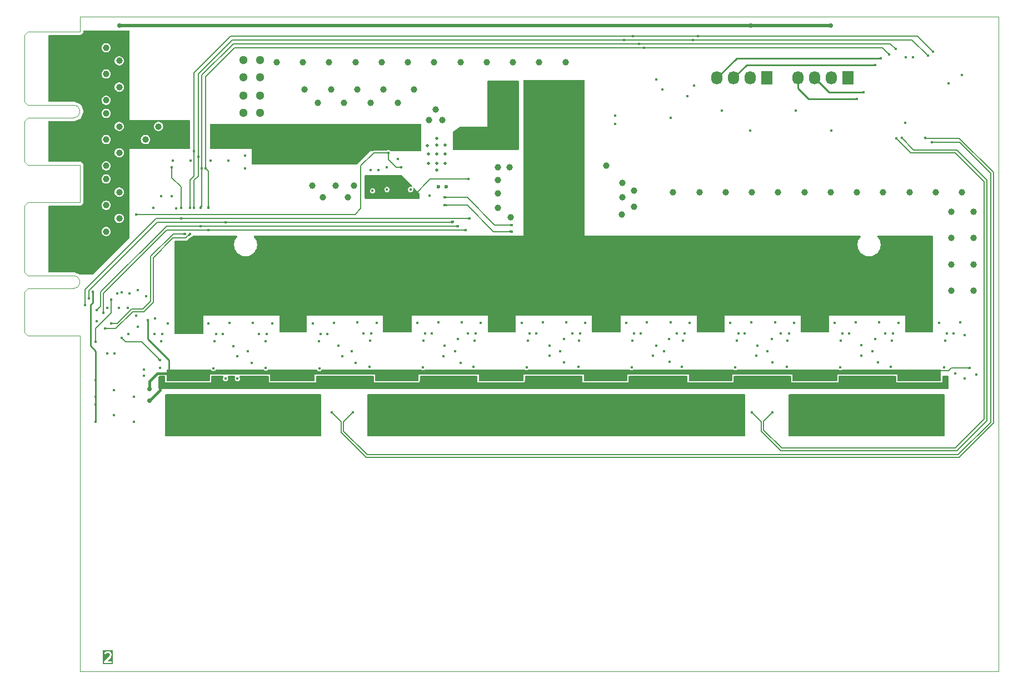
<source format=gbr>
%TF.GenerationSoftware,KiCad,Pcbnew,8.0.0*%
%TF.CreationDate,2024-03-29T21:32:46+01:00*%
%TF.ProjectId,EKO_Miner_BM1366,454b4f5f-4d69-46e6-9572-5f424d313336,rev?*%
%TF.SameCoordinates,Original*%
%TF.FileFunction,Copper,L2,Inr*%
%TF.FilePolarity,Positive*%
%FSLAX46Y46*%
G04 Gerber Fmt 4.6, Leading zero omitted, Abs format (unit mm)*
G04 Created by KiCad (PCBNEW 8.0.0) date 2024-03-29 21:32:46*
%MOMM*%
%LPD*%
G01*
G04 APERTURE LIST*
%ADD10C,0.300000*%
%TA.AperFunction,ComponentPad*%
%ADD11R,1.730000X2.030000*%
%TD*%
%TA.AperFunction,ComponentPad*%
%ADD12O,1.730000X2.030000*%
%TD*%
%TA.AperFunction,ComponentPad*%
%ADD13C,1.300000*%
%TD*%
%TA.AperFunction,ComponentPad*%
%ADD14C,0.600000*%
%TD*%
%TA.AperFunction,ComponentPad*%
%ADD15C,0.500000*%
%TD*%
%TA.AperFunction,ComponentPad*%
%ADD16C,0.400000*%
%TD*%
%TA.AperFunction,ViaPad*%
%ADD17C,0.400000*%
%TD*%
%TA.AperFunction,ViaPad*%
%ADD18C,1.000000*%
%TD*%
%TA.AperFunction,ViaPad*%
%ADD19C,0.700000*%
%TD*%
%TA.AperFunction,Conductor*%
%ADD20C,0.200000*%
%TD*%
%TA.AperFunction,Conductor*%
%ADD21C,0.250000*%
%TD*%
%TA.AperFunction,Conductor*%
%ADD22C,0.400000*%
%TD*%
%TA.AperFunction,Conductor*%
%ADD23C,0.500000*%
%TD*%
%TA.AperFunction,Profile*%
%ADD24C,0.100000*%
%TD*%
G04 APERTURE END LIST*
D10*
G36*
X79806892Y-123917495D02*
G01*
X78247868Y-123917495D01*
X78247868Y-123630091D01*
X78414535Y-123630091D01*
X78436932Y-123684163D01*
X78478318Y-123725549D01*
X78509992Y-123738668D01*
X78532389Y-123747946D01*
X78561653Y-123750828D01*
X79519489Y-123747946D01*
X79573561Y-123725548D01*
X79614945Y-123684164D01*
X79637343Y-123630092D01*
X79637343Y-123571564D01*
X79614945Y-123517492D01*
X79573561Y-123476108D01*
X79519489Y-123453710D01*
X79490225Y-123450828D01*
X78920893Y-123452541D01*
X79506290Y-122864420D01*
X79510762Y-122862185D01*
X79525974Y-122844645D01*
X79543517Y-122827021D01*
X79545580Y-122822039D01*
X79549110Y-122817970D01*
X79561098Y-122791120D01*
X79629955Y-122576499D01*
X79637343Y-122558664D01*
X79638080Y-122551172D01*
X79639047Y-122548161D01*
X79638766Y-122544211D01*
X79640225Y-122529400D01*
X79638190Y-122407873D01*
X79639047Y-122405303D01*
X79637869Y-122388738D01*
X79637343Y-122357278D01*
X79635279Y-122352297D01*
X79634898Y-122346923D01*
X79624389Y-122319459D01*
X79550378Y-122176916D01*
X79543517Y-122160349D01*
X79538780Y-122154577D01*
X79537295Y-122151717D01*
X79534302Y-122149121D01*
X79524862Y-122137619D01*
X79449712Y-122065722D01*
X79439336Y-122053758D01*
X79433110Y-122049839D01*
X79430703Y-122047536D01*
X79427043Y-122046020D01*
X79414450Y-122038093D01*
X79289922Y-121978184D01*
X79287846Y-121976108D01*
X79271728Y-121969431D01*
X79244129Y-121956154D01*
X79238751Y-121955771D01*
X79233774Y-121953710D01*
X79204510Y-121950828D01*
X78870077Y-121953322D01*
X78866129Y-121952006D01*
X78844966Y-121953509D01*
X78818104Y-121953710D01*
X78813126Y-121955771D01*
X78807749Y-121956154D01*
X78780286Y-121966664D01*
X78637743Y-122040673D01*
X78621174Y-122047536D01*
X78615402Y-122052272D01*
X78612542Y-122053758D01*
X78609946Y-122056750D01*
X78598444Y-122066191D01*
X78508361Y-122160350D01*
X78485964Y-122214422D01*
X78485964Y-122272948D01*
X78508361Y-122327020D01*
X78549747Y-122368406D01*
X78603819Y-122390803D01*
X78662345Y-122390803D01*
X78716417Y-122368406D01*
X78739148Y-122349751D01*
X78789496Y-122297124D01*
X78879120Y-122250591D01*
X79165414Y-122248455D01*
X79255264Y-122291681D01*
X79293928Y-122328671D01*
X79340766Y-122418882D01*
X79342125Y-122500036D01*
X79290970Y-122659479D01*
X78436932Y-123517493D01*
X78414535Y-123571565D01*
X78414535Y-123630091D01*
X78247868Y-123630091D01*
X78247868Y-121784161D01*
X79806892Y-121784161D01*
X79806892Y-123917495D01*
G37*
D11*
%TO.N,GND*%
%TO.C,J3*%
X191750000Y-34600000D03*
D12*
%TO.N,+12V_PWR*%
X189210000Y-34600000D03*
%TO.N,/FAN/FAN1_TACH*%
X186670000Y-34600000D03*
%TO.N,/FAN/FAN1_PWM*%
X184130000Y-34600000D03*
%TD*%
D11*
%TO.N,GND*%
%TO.C,J4*%
X179450000Y-34600000D03*
D12*
%TO.N,+12V_PWR*%
X176910000Y-34600000D03*
%TO.N,/FAN/FAN2_TACH*%
X174370000Y-34600000D03*
%TO.N,/FAN/FAN2_PWM*%
X171830000Y-34600000D03*
%TD*%
D13*
%TO.N,GNDPWR*%
%TO.C,NT2*%
X102250000Y-39900000D03*
%TO.N,GND*%
X99650000Y-39900000D03*
%TO.N,GNDPWR*%
X102250000Y-37300000D03*
%TO.N,GND*%
X99650000Y-37300000D03*
%TD*%
D14*
%TO.N,GNDA*%
%TO.C,T1*%
X129350000Y-51200000D03*
%TO.N,GNDPWR*%
X130550000Y-51200000D03*
%TD*%
D15*
%TO.N,GNDPWR*%
%TO.C,U5*%
X130405000Y-47600000D03*
X130405000Y-46200000D03*
X130405000Y-44800000D03*
X129125000Y-48600000D03*
X129125000Y-47600000D03*
X129125000Y-46200000D03*
X129125000Y-44800000D03*
X129125000Y-43800000D03*
X127845000Y-47600000D03*
X127845000Y-46200000D03*
X127725000Y-44920000D03*
%TD*%
D13*
%TO.N,GNDPWR*%
%TO.C,NT1*%
X102250000Y-34500000D03*
%TO.N,GND*%
X99650000Y-34500000D03*
%TO.N,GNDPWR*%
X102250000Y-31900000D03*
%TO.N,GND*%
X99650000Y-31900000D03*
%TD*%
D16*
%TO.N,N/C*%
%TO.C,U4*%
X82100000Y-69615000D03*
X80700000Y-69615000D03*
%TD*%
D17*
%TO.N,GND*%
X82150000Y-73600008D03*
D18*
X80750000Y-32000000D03*
X80750000Y-52000000D03*
D17*
X94675000Y-47200000D03*
X79950000Y-86000000D03*
X79950000Y-82200000D03*
X80050000Y-76600000D03*
X199150000Y-43800000D03*
X82950000Y-87000000D03*
X201717496Y-31467496D03*
D18*
X78750000Y-40000000D03*
D17*
X156350000Y-40335000D03*
D18*
X78750000Y-34000000D03*
X78750000Y-44000000D03*
D17*
X89430000Y-54480000D03*
X204550000Y-44400000D03*
X162550000Y-34800000D03*
D18*
X80750000Y-56000000D03*
D17*
X91600000Y-47200000D03*
X99899996Y-46450004D03*
D18*
X78750000Y-30000000D03*
D17*
X88925000Y-47200000D03*
X84550000Y-79000000D03*
X83550000Y-72480000D03*
X200467493Y-41482486D03*
X82350000Y-67400000D03*
X189270000Y-42600000D03*
X97425000Y-47200000D03*
X156350000Y-41605000D03*
D18*
X78750000Y-48000000D03*
X80750000Y-46000000D03*
X78750000Y-54000000D03*
D17*
X116349996Y-85549996D03*
D18*
X78750000Y-50000000D03*
D17*
X78950000Y-69600000D03*
X180299996Y-85549996D03*
X83350000Y-70800000D03*
X84550000Y-80000000D03*
X82950000Y-83200000D03*
X99894996Y-48400004D03*
D18*
X84750000Y-44000000D03*
X86750000Y-42000000D03*
D17*
X85950000Y-54400000D03*
X176870000Y-42600000D03*
X207150000Y-35400000D03*
X78950000Y-76600000D03*
D18*
X80750000Y-36000000D03*
D17*
X83550000Y-66920000D03*
D18*
X78750000Y-58000000D03*
X80750000Y-42000000D03*
X78750000Y-38000000D03*
D17*
X164750000Y-40700000D03*
X168350000Y-35800000D03*
%TO.N,+1.8V*%
X110154857Y-80255000D03*
X94250000Y-80250000D03*
X173774285Y-80142000D03*
X210350000Y-78800000D03*
D19*
X85350000Y-82000000D03*
D17*
X120059714Y-80141992D03*
X189679142Y-80142000D03*
X141964571Y-80142000D03*
X104154857Y-80254992D03*
X167774285Y-80141992D03*
X183679142Y-80141992D03*
X85150000Y-71520000D03*
X151869428Y-80141992D03*
X126059714Y-80142000D03*
X88250000Y-80249992D03*
X135964571Y-80141992D03*
X199584000Y-80141992D03*
X205584000Y-80142000D03*
X157869428Y-80142000D03*
D18*
%TO.N,+12V_PWR*%
X80750000Y-34000000D03*
X80750000Y-38000000D03*
X80750000Y-50000000D03*
D19*
X80750000Y-26600000D03*
D18*
X80750000Y-40000000D03*
X78750000Y-42000000D03*
X78750000Y-56000000D03*
X78750000Y-52000000D03*
X78750000Y-36000000D03*
D19*
X176950000Y-26600000D03*
D18*
X80750000Y-54000000D03*
X80750000Y-58000000D03*
X80750000Y-44000000D03*
X80750000Y-30000000D03*
X78750000Y-32000000D03*
X78750000Y-46000000D03*
X84750000Y-42000000D03*
X86750000Y-44000000D03*
D19*
X189150000Y-26600000D03*
D18*
X80750000Y-48000000D03*
D17*
%TO.N,/ASICs_BM1366/BM1366-0/VDD3_0*%
X86150000Y-73600000D03*
%TO.N,Net-(U5-GOSNS)*%
X140550000Y-57000000D03*
X130350000Y-52800000D03*
%TO.N,/ASICs_BM1366/BM1366-0/VDD2_0*%
X87350000Y-73600000D03*
%TO.N,+0.8V*%
X127059714Y-80142010D03*
X182679142Y-80142000D03*
X190679142Y-80142010D03*
X111154857Y-80255010D03*
X150869428Y-80142000D03*
X198584000Y-80142000D03*
X174774285Y-80142010D03*
X158869428Y-80142010D03*
X166774285Y-80142000D03*
X119059714Y-80142000D03*
X95250000Y-80250010D03*
D19*
X85350000Y-83800000D03*
D17*
X103154857Y-80255000D03*
X134964571Y-80142000D03*
X206584000Y-80142010D03*
X142964571Y-80142010D03*
X87581587Y-80581587D03*
%TO.N,/ASICs_BM1366/BM1366-0/VDD1_0*%
X88150000Y-72000000D03*
D18*
%TO.N,GNDPWR*%
X124950000Y-83800000D03*
D17*
X95095405Y-78854595D03*
X127040547Y-78695595D03*
X161169428Y-71811998D03*
D18*
X89550000Y-83800000D03*
X113750000Y-51000000D03*
D17*
X118895142Y-78600000D03*
D18*
X138425000Y-52200000D03*
X108950000Y-86000000D03*
X139150000Y-85000000D03*
X137350000Y-83800000D03*
X181150000Y-52000000D03*
X207550000Y-63000000D03*
X123225000Y-38400000D03*
D17*
X101134858Y-71924999D03*
D18*
X121550000Y-88400000D03*
D17*
X121550000Y-48200000D03*
X97550000Y-71919998D03*
D18*
X128750000Y-32200000D03*
X170950000Y-87200000D03*
D17*
X111240547Y-78895595D03*
X158840547Y-78695595D03*
X174640547Y-78695595D03*
X198484000Y-74635002D03*
D18*
X105550000Y-86000000D03*
X159150000Y-54200000D03*
X156750000Y-88400000D03*
X205150000Y-52000000D03*
X155150000Y-85000000D03*
X159150000Y-51800000D03*
X189150000Y-52000000D03*
X121550000Y-83800000D03*
X185150000Y-83800000D03*
X207550000Y-55000000D03*
D17*
X206440547Y-78695595D03*
D18*
X186950000Y-85000000D03*
D17*
X177074285Y-71811998D03*
D18*
X128950000Y-39400000D03*
X123350000Y-85000000D03*
D17*
X206627158Y-74642000D03*
X190722142Y-74642000D03*
D18*
X177150000Y-52000000D03*
X140225000Y-48200000D03*
X121025000Y-36400000D03*
D17*
X196564001Y-71811999D03*
X86950000Y-78759000D03*
D18*
X156750000Y-86000000D03*
X91350000Y-87200000D03*
X125625000Y-36400000D03*
X186950000Y-87200000D03*
X210950000Y-67000000D03*
X169150000Y-86000000D03*
X105550000Y-83800000D03*
X115550000Y-52750000D03*
D17*
X158912428Y-74642000D03*
D18*
X124950000Y-88400000D03*
X153350000Y-86000000D03*
X140425000Y-55800000D03*
X116550000Y-51000000D03*
D17*
X190640547Y-78695595D03*
X103054857Y-74748002D03*
X118959714Y-74635002D03*
D18*
X193150000Y-52000000D03*
X119025000Y-38400000D03*
X185150000Y-52000000D03*
X105550000Y-88400000D03*
D17*
X150695142Y-78600000D03*
D18*
X111025000Y-38400000D03*
X123350000Y-87200000D03*
X116750000Y-32200000D03*
X204350000Y-83800000D03*
X109025000Y-36400000D03*
D17*
X86214397Y-71240000D03*
D18*
X92950000Y-88400000D03*
D17*
X198295142Y-78600000D03*
D18*
X140750000Y-86000000D03*
X107350000Y-85000000D03*
X170950000Y-85000000D03*
X139150000Y-87200000D03*
X111750000Y-52750000D03*
X188550000Y-86000000D03*
X200950000Y-86000000D03*
X112750000Y-32200000D03*
X188550000Y-88400000D03*
X165150000Y-52000000D03*
X120750000Y-32200000D03*
X172550000Y-88400000D03*
X115025000Y-38400000D03*
X89550000Y-86000000D03*
D17*
X182495142Y-78600000D03*
D18*
X188550000Y-83800000D03*
D17*
X103095142Y-78800000D03*
D18*
X136750000Y-32200000D03*
X210950000Y-63000000D03*
X210950000Y-55000000D03*
X169150000Y-83800000D03*
X121550000Y-86000000D03*
X107350000Y-87200000D03*
D17*
X192979142Y-71811998D03*
X174817614Y-74642000D03*
X164754286Y-71811999D03*
D18*
X200950000Y-88400000D03*
X129950000Y-41000000D03*
X169150000Y-52000000D03*
X154950000Y-48000000D03*
X155150000Y-87200000D03*
X144750000Y-32200000D03*
X137350000Y-88400000D03*
X185150000Y-86000000D03*
D17*
X134864571Y-74635002D03*
X134695142Y-78600000D03*
D18*
X140750000Y-88400000D03*
X110150000Y-51000000D03*
D17*
X166674285Y-74635002D03*
D18*
X124750000Y-32200000D03*
D17*
X142840547Y-78695595D03*
X145264571Y-71811998D03*
X208884000Y-71811998D03*
D18*
X156750000Y-83800000D03*
D17*
X166495142Y-78600000D03*
D18*
X138425000Y-50200000D03*
X204350000Y-88400000D03*
D17*
X95293000Y-74750000D03*
D18*
X153350000Y-83800000D03*
X200950000Y-83800000D03*
X104750000Y-32200000D03*
X89550000Y-88400000D03*
X201150000Y-52000000D03*
X204350000Y-86000000D03*
X148750000Y-32200000D03*
D17*
X150769428Y-74635002D03*
D18*
X172550000Y-86000000D03*
D17*
X127102714Y-74642000D03*
D18*
X157350000Y-55400000D03*
X137350000Y-86000000D03*
X169150000Y-88400000D03*
X113025000Y-36400000D03*
X209150000Y-52000000D03*
X124950000Y-86000000D03*
X108950000Y-83800000D03*
D17*
X111198309Y-74755000D03*
X129359714Y-71811998D03*
D18*
X140700000Y-32200000D03*
X117025000Y-36400000D03*
X138425000Y-48200000D03*
D17*
X87150000Y-74743002D03*
D18*
X91350000Y-85000000D03*
X210950000Y-59000000D03*
X173150000Y-52000000D03*
D17*
X143008121Y-74642000D03*
D18*
X185150000Y-88400000D03*
D17*
X117039715Y-71811999D03*
D18*
X197150000Y-52000000D03*
X157425000Y-50600000D03*
X132750000Y-32200000D03*
D17*
X132944572Y-71811999D03*
D18*
X207550000Y-59000000D03*
X157425000Y-52800000D03*
D17*
X180659143Y-71811999D03*
X182579142Y-74635002D03*
X148849429Y-71811999D03*
D18*
X172550000Y-83800000D03*
X127950000Y-41000000D03*
X153350000Y-88400000D03*
X138425000Y-54400000D03*
X92950000Y-86000000D03*
X108750000Y-32200000D03*
X92950000Y-83800000D03*
X108950000Y-88400000D03*
X202750000Y-85000000D03*
D17*
X113454857Y-71924998D03*
D18*
X207550000Y-67000000D03*
X140750000Y-83800000D03*
X202750000Y-87200000D03*
%TO.N,VPWR_ASIC*%
X138950000Y-68000000D03*
X121750000Y-65800000D03*
X140350000Y-65800000D03*
X89950000Y-66000000D03*
X105750000Y-66000000D03*
X123150000Y-70600000D03*
X156350000Y-69200000D03*
X143350000Y-38900000D03*
X202550000Y-70600000D03*
X92750000Y-69400000D03*
X154950000Y-68000000D03*
X143350000Y-46400000D03*
X153550000Y-69200000D03*
X150125000Y-43900000D03*
X203950000Y-69200000D03*
X91350000Y-70800000D03*
X121750000Y-69200000D03*
X145850000Y-59400000D03*
X185350000Y-65800000D03*
X148350000Y-59400000D03*
X137550000Y-65800000D03*
X140350000Y-69200000D03*
X185350000Y-69200000D03*
X108550000Y-69400000D03*
X169550000Y-65800000D03*
X150850000Y-59400000D03*
X124550000Y-69200000D03*
X201150000Y-65800000D03*
X172350000Y-65800000D03*
X123150000Y-68000000D03*
X156350000Y-65800000D03*
X169550000Y-69200000D03*
X150125000Y-46400000D03*
X172350000Y-69200000D03*
X91350000Y-68200000D03*
X143350000Y-43900000D03*
X203950000Y-65800000D03*
X137550000Y-69200000D03*
X150125000Y-41400000D03*
X170950000Y-68000000D03*
X154950000Y-70600000D03*
X107150000Y-70800000D03*
X170950000Y-70600000D03*
X150125000Y-38900000D03*
X89950000Y-69400000D03*
X138950000Y-70600000D03*
X150125000Y-36400000D03*
X188150000Y-65800000D03*
X186750000Y-70600000D03*
X202550000Y-68000000D03*
X186750000Y-68000000D03*
X92750000Y-66000000D03*
X124550000Y-65800000D03*
X201150000Y-69200000D03*
X188150000Y-69200000D03*
X143350000Y-41400000D03*
X153550000Y-65800000D03*
X108550000Y-66000000D03*
X107150000Y-68200000D03*
X143350000Y-36400000D03*
X143350000Y-59400000D03*
X105750000Y-69400000D03*
D17*
%TO.N,+3.3V_DB*%
X209150000Y-34200000D03*
X172550000Y-39600000D03*
X88750000Y-52600000D03*
X87150000Y-52600000D03*
X200582505Y-31467495D03*
X183850000Y-39600000D03*
X84870000Y-67880000D03*
X167350000Y-37400000D03*
X163550000Y-36400000D03*
%TO.N,Net-(U5-BP1V5)*%
X122750000Y-51600000D03*
X124100001Y-51549998D03*
X134000000Y-50000000D03*
X125640000Y-52510002D03*
X118550001Y-49799999D03*
D18*
%TO.N,/PSU/SW*%
X139150000Y-35800000D03*
X136750000Y-43000000D03*
X133950000Y-44600000D03*
%TO.N,Net-(C10-Pad1)*%
X102750000Y-44600000D03*
X108550000Y-43200000D03*
X95950000Y-42600000D03*
X102750000Y-42600000D03*
X98750000Y-42600000D03*
X113750000Y-44600000D03*
X124825000Y-44400000D03*
X121625000Y-44400000D03*
X98750000Y-44600000D03*
X117825000Y-44400000D03*
X108550000Y-46600000D03*
D17*
%TO.N,Net-(U5-VOSNS)*%
X140550000Y-58000000D03*
X130350000Y-54000000D03*
%TO.N,/ASICs_BM1366/BM1366-0/VDD1_1*%
X94350000Y-72000000D03*
%TO.N,/ASICs_BM1366/BM1366-0/VDD2_1*%
X95550022Y-73600000D03*
%TO.N,/ASICs_BM1366/BM1366-0/VDD3_1*%
X96550000Y-73600000D03*
%TO.N,/ASICs_BM1366/BM1366-1/VDD3_0*%
X102054857Y-73605000D03*
%TO.N,/ASICs_BM1366/BM1366-1/VDD2_0*%
X103254857Y-73605000D03*
%TO.N,/ASICs_BM1366/BM1366-1/VDD1_0*%
X104054857Y-72005000D03*
%TO.N,/ASICs_BM1366/BM1366-1/VDD1_1*%
X110254857Y-72005000D03*
%TO.N,/ASICs_BM1366/BM1366-1/VDD2_1*%
X111454879Y-73605000D03*
%TO.N,/ASICs_BM1366/BM1366-1/VDD3_1*%
X112454857Y-73605000D03*
%TO.N,/ASICs_BM1366/BM1366-2/VDD3_0*%
X117959714Y-73492000D03*
%TO.N,/ASICs_BM1366/BM1366-2/VDD2_0*%
X119159714Y-73492000D03*
%TO.N,/ASICs_BM1366/BM1366-2/VDD1_0*%
X119959714Y-71892000D03*
%TO.N,/ASICs_BM1366/BM1366-2/VDD1_1*%
X126159714Y-71892000D03*
%TO.N,/ASICs_BM1366/BM1366-2/VDD2_1*%
X127359736Y-73492000D03*
%TO.N,/ASICs_BM1366/BM1366-2/VDD3_1*%
X128359714Y-73492000D03*
%TO.N,/ASICs_BM1366/BM1366-3/VDD3_0*%
X133864571Y-73492000D03*
%TO.N,/ASICs_BM1366/BM1366-3/VDD2_0*%
X135064571Y-73492000D03*
%TO.N,/ASICs_BM1366/BM1366-3/VDD1_0*%
X135864571Y-71892000D03*
%TO.N,/ASICs_BM1366/BM1366-3/VDD1_1*%
X142064571Y-71892000D03*
%TO.N,/ASICs_BM1366/BM1366-3/VDD2_1*%
X143264593Y-73492000D03*
%TO.N,/ASICs_BM1366/BM1366-3/VDD3_1*%
X144264571Y-73492000D03*
%TO.N,/ASICs_BM1366/BM1366-4/VDD3_0*%
X149769428Y-73492000D03*
%TO.N,/ASICs_BM1366/BM1366-4/VDD2_0*%
X150969428Y-73492000D03*
%TO.N,/ASICs_BM1366/BM1366-4/VDD1_0*%
X151769428Y-71892000D03*
%TO.N,/ASICs_BM1366/BM1366-4/VDD1_1*%
X157969428Y-71892000D03*
%TO.N,/ASICs_BM1366/BM1366-4/VDD2_1*%
X159169450Y-73492000D03*
%TO.N,/ASICs_BM1366/BM1366-4/VDD3_1*%
X160169428Y-73492000D03*
%TO.N,/ASICs_BM1366/BM1366-5/VDD3_0*%
X165674285Y-73492000D03*
%TO.N,/ASICs_BM1366/BM1366-5/VDD2_0*%
X166874285Y-73492000D03*
%TO.N,/ASICs_BM1366/BM1366-5/VDD1_0*%
X167674285Y-71892000D03*
%TO.N,/ASICs_BM1366/BM1366-5/VDD1_1*%
X173874285Y-71892000D03*
%TO.N,/ASICs_BM1366/BM1366-5/VDD2_1*%
X175074307Y-73492000D03*
%TO.N,/ASICs_BM1366/BM1366-5/VDD3_1*%
X176074285Y-73492000D03*
%TO.N,/ASICs_BM1366/BM1366-6/VDD3_0*%
X181579142Y-73492000D03*
%TO.N,/ASICs_BM1366/BM1366-6/VDD2_0*%
X182779142Y-73492000D03*
%TO.N,/ASICs_BM1366/BM1366-6/VDD1_0*%
X183579142Y-71892000D03*
%TO.N,/ASICs_BM1366/BM1366-6/VDD1_1*%
X189779142Y-71892000D03*
%TO.N,/ASICs_BM1366/BM1366-6/VDD2_1*%
X190979164Y-73492000D03*
%TO.N,/ASICs_BM1366/BM1366-6/VDD3_1*%
X191979142Y-73492000D03*
%TO.N,/ASICs_BM1366/BM1366-7/VDD3_0*%
X197484000Y-73492000D03*
%TO.N,/ASICs_BM1366/BM1366-7/VDD2_0*%
X198684000Y-73492000D03*
%TO.N,/ASICs_BM1366/BM1366-7/VDD1_0*%
X199484000Y-71892000D03*
%TO.N,/ASICs_BM1366/BM1366-7/VDD1_1*%
X205684000Y-71892000D03*
%TO.N,/ASICs_BM1366/BM1366-7/VDD2_1*%
X206884022Y-73492000D03*
%TO.N,/ASICs_BM1366/BM1366-7/VDD3_1*%
X207884000Y-73492000D03*
%TO.N,/DB_SCL*%
X93950000Y-48400000D03*
X78350000Y-70400000D03*
X198050000Y-31000000D03*
X94350000Y-54400000D03*
X160750000Y-30000000D03*
X94350000Y-57800000D03*
X133550000Y-57800016D03*
%TO.N,/DB_SDA*%
X93350000Y-48400000D03*
X93150000Y-57200000D03*
X159950000Y-29400000D03*
X93150011Y-54399989D03*
X77350000Y-70000000D03*
X132350000Y-57200000D03*
X199050000Y-30200000D03*
%TO.N,/DB_RX*%
X77350000Y-71650000D03*
X80470169Y-67420365D03*
%TO.N,/ID0*%
X203950000Y-31200000D03*
X92150000Y-54400000D03*
X168150000Y-28800000D03*
X78550004Y-72800000D03*
X91550000Y-58349992D03*
X157674994Y-28800000D03*
X92800000Y-46645968D03*
%TO.N,/DB_TX*%
X81100000Y-67259692D03*
%TO.N,/ID1*%
X79550000Y-72000000D03*
X91550000Y-54400000D03*
X159050009Y-28200000D03*
X204750000Y-30600000D03*
X168950000Y-28200000D03*
X90750000Y-58350000D03*
X92150000Y-45800000D03*
%TO.N,Net-(U17-TH2)*%
X203517507Y-43767507D03*
X113149996Y-85549996D03*
%TO.N,Net-(U17-TH1)*%
X177149996Y-85549996D03*
X199982510Y-43767490D03*
%TO.N,/ASICs_BM1366/INV_CLKO*%
X98750000Y-80400000D03*
%TO.N,/ASICs_BM1366/PIN_MODE*%
X96950008Y-80400008D03*
%TO.N,/FAN/FAN1_PWM*%
X193150000Y-37800000D03*
%TO.N,GNDA*%
X119350000Y-51800000D03*
X123225000Y-46910000D03*
X119025000Y-48599998D03*
X120225000Y-48599998D03*
X128060000Y-52509998D03*
X121550000Y-51600000D03*
X125150000Y-51600016D03*
%TO.N,/ASICs_BM1366/BO1*%
X98150000Y-75500000D03*
%TO.N,/ASICs_BM1366/CLKO1*%
X98750000Y-77000000D03*
%TO.N,/ASICs_BM1366/CO1*%
X100950000Y-78000000D03*
%TO.N,/ASICs_BM1366/RI1*%
X100350000Y-76200000D03*
%TO.N,/ASICs_BM1366/BO2*%
X114150000Y-75400000D03*
%TO.N,/ASICs_BM1366/CLKO2*%
X114750000Y-77000000D03*
%TO.N,/ASICs_BM1366/CO2*%
X116750000Y-78000000D03*
%TO.N,/ASICs_BM1366/RI02*%
X116150000Y-76200000D03*
%TO.N,/ASICs_BM1366/BO3*%
X130350000Y-75400000D03*
%TO.N,/ASICs_BM1366/CLKO3*%
X130150000Y-77000000D03*
%TO.N,/ASICs_BM1366/CO3*%
X132751000Y-78000000D03*
%TO.N,/ASICs_BM1366/RSTO3*%
X132350000Y-74402000D03*
%TO.N,/ASICs_BM1366/RI3*%
X131950000Y-76200000D03*
%TO.N,/ASICs_BM1366/BO4*%
X146350000Y-75392000D03*
%TO.N,/ASICs_BM1366/CLKO4*%
X146350000Y-76892000D03*
%TO.N,/ASICs_BM1366/CO4*%
X148550000Y-77892000D03*
%TO.N,/ASICs_BM1366/RSTO4*%
X148550000Y-74400000D03*
%TO.N,/ASICs_BM1366/RI4*%
X147950000Y-76200000D03*
%TO.N,/ASICs_BM1366/BO5*%
X162542010Y-75392010D03*
%TO.N,/ASICs_BM1366/CLKO5*%
X162058003Y-76891997D03*
%TO.N,/ASICs_BM1366/CO5*%
X164569438Y-77887010D03*
%TO.N,/ASICs_BM1366/RSTO5*%
X164550000Y-74402000D03*
%TO.N,/ASICs_BM1366/RI5*%
X163750000Y-76200000D03*
%TO.N,/ASICs_BM1366/BO6*%
X177950000Y-75392000D03*
%TO.N,/ASICs_BM1366/CLKO6*%
X177857998Y-76892000D03*
%TO.N,/ASICs_BM1366/CO6*%
X180242002Y-77892000D03*
%TO.N,/ASICs_BM1366/RSTO6*%
X180150000Y-74400000D03*
%TO.N,/ASICs_BM1366/RI6*%
X179549998Y-76200002D03*
%TO.N,/ASICs_BM1366/BO7*%
X193822010Y-75272010D03*
%TO.N,/ASICs_BM1366/CLKO7*%
X193857984Y-76892000D03*
%TO.N,/ASICs_BM1366/CO7*%
X196374153Y-77891986D03*
%TO.N,/ASICs_BM1366/RSTO7*%
X195950000Y-74400000D03*
%TO.N,/ASICs_BM1366/RI7*%
X195549998Y-76199998D03*
%TO.N,/ASICs_BM1366/CI*%
X81150000Y-74200018D03*
X86950000Y-77600000D03*
%TO.N,/DB_PGOOD*%
X96950000Y-56600000D03*
X76150000Y-68200000D03*
X131550000Y-56550000D03*
%TO.N,/FAN/FAN2_PWM*%
X196750000Y-31600000D03*
%TO.N,/ASICs_BM1366/BO8*%
X211339609Y-79787867D03*
%TO.N,/ASICs_BM1366/CLKO8*%
X209550000Y-80400000D03*
%TO.N,+5V_PSU*%
X77150000Y-80600000D03*
X77150000Y-83200012D03*
X76750000Y-67200000D03*
X77150000Y-84400000D03*
X77150000Y-87000000D03*
%TO.N,/ASICs_BM1366/CO8*%
X208150002Y-79600000D03*
%TO.N,/ASICs_BM1366/RSTO8*%
X209550000Y-73800000D03*
%TO.N,/FAN/FAN1_TACH*%
X194150000Y-36800000D03*
%TO.N,/FAN/FAN2_TACH*%
X195950000Y-32600000D03*
%TO.N,+5V_STDBY*%
X121750001Y-46000001D03*
X123750000Y-48200000D03*
X83350000Y-55400000D03*
%TO.N,/DB_ALERT_oc*%
X90150000Y-56000000D03*
X90150000Y-54400000D03*
X75550000Y-69200000D03*
X134150002Y-56000000D03*
X88750000Y-48200000D03*
%TO.N,Net-(D2-A)*%
X77149997Y-74800003D03*
X79550000Y-68400000D03*
%TD*%
D20*
%TO.N,GND*%
X208584314Y-92000000D02*
X213550000Y-87034314D01*
X208150000Y-46000000D02*
X201350000Y-46000000D01*
X181715686Y-91000000D02*
X208150000Y-91000000D01*
X208150000Y-91000000D02*
X212550000Y-86600000D01*
X178950000Y-88234314D02*
X181715686Y-91000000D01*
X208784314Y-44400000D02*
X204550000Y-44400000D01*
X180299996Y-85549996D02*
X178950000Y-86899992D01*
X213550000Y-49165686D02*
X208784314Y-44400000D01*
X118515686Y-92000000D02*
X208584314Y-92000000D01*
X212550000Y-50400000D02*
X208150000Y-46000000D01*
X178950000Y-86899992D02*
X178950000Y-88234314D01*
X114950000Y-88434314D02*
X118515686Y-92000000D01*
X213550000Y-87034314D02*
X213550000Y-49165686D01*
X116349996Y-85549996D02*
X114950000Y-86949992D01*
X201350000Y-46000000D02*
X199150000Y-43800000D01*
X212550000Y-86600000D02*
X212550000Y-50400000D01*
X114950000Y-86949992D02*
X114950000Y-88434314D01*
D21*
%TO.N,+1.8V*%
X85150000Y-74400000D02*
X85150000Y-71520002D01*
D20*
X210350000Y-78800000D02*
X207550000Y-78800000D01*
X207150000Y-79200000D02*
X205750000Y-79200000D01*
D21*
X88350000Y-77600000D02*
X85150000Y-74400000D01*
X88350000Y-79600000D02*
X88350000Y-77600000D01*
D22*
X85350000Y-82000000D02*
X85350000Y-80800000D01*
X86550000Y-79600000D02*
X88350000Y-79600000D01*
X85350000Y-80800000D02*
X86550000Y-79600000D01*
D20*
X207550000Y-78800000D02*
X207150000Y-79200000D01*
D23*
%TO.N,+12V_PWR*%
X189150000Y-26600000D02*
X80750000Y-26600000D01*
D20*
%TO.N,Net-(U5-GOSNS)*%
X137949994Y-56999994D02*
X133750000Y-52800000D01*
X133750000Y-52800000D02*
X130350000Y-52800000D01*
X140550000Y-56999994D02*
X137949994Y-56999994D01*
D22*
%TO.N,+0.8V*%
X86950000Y-82200000D02*
X86950000Y-81800000D01*
X85350000Y-83800000D02*
X86950000Y-82200000D01*
D20*
%TO.N,Net-(U5-BP1V5)*%
X134000000Y-50000000D02*
X128150002Y-50000000D01*
X128150002Y-50000000D02*
X125640000Y-52510002D01*
%TO.N,Net-(U5-VOSNS)*%
X137750000Y-58000000D02*
X133750000Y-54000000D01*
X140549990Y-58000000D02*
X137750000Y-58000000D01*
X133750000Y-54000000D02*
X130350000Y-54000000D01*
D21*
%TO.N,/DB_SCL*%
X198050000Y-31000000D02*
X197900000Y-30850000D01*
D20*
X197050000Y-30000000D02*
X98350000Y-30000000D01*
X78350000Y-70400000D02*
X78350000Y-67400000D01*
X78350000Y-67400000D02*
X87949984Y-57800016D01*
X197900000Y-30850000D02*
X197050000Y-30000000D01*
X94350000Y-48800000D02*
X94350000Y-54400000D01*
X98350000Y-30000000D02*
X93950000Y-34400000D01*
X93950000Y-48400000D02*
X94350000Y-48800000D01*
X87949984Y-57800016D02*
X133550000Y-57800016D01*
X93950000Y-34400000D02*
X93950000Y-48400000D01*
%TO.N,/DB_SDA*%
X199050000Y-30200000D02*
X198250000Y-29400000D01*
X77950000Y-67200000D02*
X87950000Y-57200000D01*
X93150000Y-57200000D02*
X87950000Y-57200000D01*
X98150000Y-29400000D02*
X93350000Y-34200000D01*
X77950000Y-69400000D02*
X77950000Y-67200000D01*
X93350000Y-48400000D02*
X93350000Y-54200000D01*
X93150000Y-57200000D02*
X132350000Y-57200000D01*
X93350000Y-54200000D02*
X93150011Y-54399989D01*
X77350000Y-70000000D02*
X77950000Y-69400000D01*
X198250000Y-29400000D02*
X98150000Y-29400000D01*
X93350000Y-34200000D02*
X93350000Y-48400000D01*
%TO.N,/ID0*%
X92800000Y-46645968D02*
X92800000Y-49550000D01*
X97950000Y-28800000D02*
X92800000Y-33950000D01*
X157675000Y-28800000D02*
X97950000Y-28800000D01*
X85950000Y-68800000D02*
X85950000Y-62000000D01*
X82837793Y-70200000D02*
X84550000Y-70200000D01*
X90899992Y-59000000D02*
X91550000Y-58349992D01*
X84550000Y-70200000D02*
X85950000Y-68800000D01*
X92800000Y-49550000D02*
X92150000Y-50200000D01*
X201550000Y-28800000D02*
X203950000Y-31200000D01*
X80237793Y-72800000D02*
X82837793Y-70200000D01*
X85950000Y-62000000D02*
X88950000Y-59000000D01*
X157674994Y-28800000D02*
X168150000Y-28800000D01*
X88950000Y-59000000D02*
X90899992Y-59000000D01*
X92150000Y-50200000D02*
X92150000Y-54400000D01*
X92800000Y-33950000D02*
X92800000Y-46645968D01*
X168150000Y-28800000D02*
X201550000Y-28800000D01*
X78550004Y-72800000D02*
X80237793Y-72800000D01*
%TO.N,/ID1*%
X92150000Y-45800000D02*
X92150000Y-49600000D01*
X91550000Y-50200000D02*
X91550000Y-54400000D01*
X97750000Y-28200000D02*
X92150000Y-33800000D01*
X82672107Y-69800000D02*
X80472107Y-72000000D01*
X92150000Y-33800000D02*
X92150000Y-45800000D01*
X159050009Y-28200000D02*
X97750000Y-28200000D01*
X202350000Y-28200000D02*
X204750000Y-30600000D01*
X92150000Y-49600000D02*
X91550000Y-50200000D01*
X85550000Y-61800000D02*
X85550000Y-68600000D01*
X89000000Y-58350000D02*
X85550000Y-61800000D01*
X90750000Y-58350000D02*
X89000000Y-58350000D01*
X80472107Y-72000000D02*
X79550000Y-72000000D01*
X159050009Y-28200000D02*
X168950000Y-28200000D01*
X84350000Y-69800000D02*
X82672107Y-69800000D01*
X168950000Y-28200000D02*
X202350000Y-28200000D01*
X85550000Y-68600000D02*
X84350000Y-69800000D01*
%TO.N,Net-(U17-TH2)*%
X113149996Y-85549996D02*
X114550000Y-86950000D01*
X213950000Y-49000000D02*
X208750000Y-43800000D01*
X213950000Y-87199999D02*
X213950000Y-49000000D01*
X208750000Y-43800000D02*
X203550000Y-43800000D01*
X114550000Y-88600000D02*
X118350000Y-92400000D01*
D21*
X203517507Y-43767507D02*
X203550000Y-43800000D01*
D20*
X114550000Y-86950000D02*
X114550000Y-88600000D01*
X208750000Y-92400000D02*
X213950000Y-87199999D01*
X118350000Y-92400000D02*
X208750000Y-92400000D01*
%TO.N,Net-(U17-TH1)*%
X208350000Y-45600000D02*
X201815020Y-45600000D01*
X212950000Y-50200000D02*
X208350000Y-45600000D01*
X208350000Y-91400000D02*
X212950000Y-86800000D01*
X178550000Y-88400000D02*
X181550000Y-91400000D01*
X181550000Y-91400000D02*
X208350000Y-91400000D01*
X201815020Y-45600000D02*
X199982510Y-43767490D01*
X212950000Y-86800000D02*
X212950000Y-50200000D01*
X178550000Y-86950000D02*
X178550000Y-88400000D01*
X177149996Y-85549996D02*
X178550000Y-86950000D01*
D21*
%TO.N,/FAN/FAN1_PWM*%
X185750000Y-37800000D02*
X184130000Y-36180000D01*
X184130000Y-36180000D02*
X184130000Y-34600000D01*
X193150000Y-37800000D02*
X185750000Y-37800000D01*
D20*
%TO.N,/ASICs_BM1366/CI*%
X86950000Y-77600000D02*
X84150000Y-74800000D01*
X81749982Y-74800000D02*
X81150000Y-74200018D01*
X84150000Y-74800000D02*
X81749982Y-74800000D01*
%TO.N,/DB_PGOOD*%
X76150000Y-67000000D02*
X86550000Y-56600000D01*
X76150000Y-67000000D02*
X76150000Y-68200000D01*
X131600000Y-56600000D02*
X131550000Y-56550000D01*
X96950000Y-56600000D02*
X86550000Y-56600000D01*
X96950000Y-56600000D02*
X131600000Y-56600000D01*
D21*
%TO.N,/FAN/FAN2_PWM*%
X196749994Y-31599994D02*
X196750000Y-31600000D01*
X171830000Y-34600000D02*
X174830006Y-31599994D01*
X174830006Y-31599994D02*
X196749994Y-31599994D01*
%TO.N,+5V_PSU*%
X76750000Y-67200000D02*
X76750000Y-68800000D01*
X76750000Y-68800000D02*
X76350000Y-69200000D01*
X77150000Y-84400000D02*
X77150000Y-87000000D01*
X76350000Y-75400000D02*
X77150000Y-76200000D01*
X77150000Y-84400000D02*
X77150000Y-83200012D01*
X77150000Y-80600000D02*
X77150000Y-83200012D01*
X77150000Y-76200000D02*
X77150000Y-80600000D01*
X76350000Y-69200000D02*
X76350000Y-75400000D01*
%TO.N,/FAN/FAN1_TACH*%
X188870000Y-36800000D02*
X194150000Y-36800000D01*
X186670000Y-34600000D02*
X188870000Y-36800000D01*
%TO.N,/FAN/FAN2_TACH*%
X176370000Y-32600000D02*
X195950000Y-32600000D01*
X174370000Y-34600000D02*
X176370000Y-32600000D01*
D20*
%TO.N,+5V_STDBY*%
X117550000Y-48000000D02*
X117550000Y-54500000D01*
X121750001Y-47000001D02*
X121750001Y-46000001D01*
X116650000Y-55400000D02*
X83350000Y-55400000D01*
X117550000Y-54500000D02*
X116650000Y-55400000D01*
X119550000Y-46000000D02*
X117550000Y-48000000D01*
X122950000Y-48200000D02*
X121750001Y-47000001D01*
X121750001Y-46000001D02*
X119550000Y-46000000D01*
X123750000Y-48200000D02*
X122950000Y-48200000D01*
%TO.N,/DB_ALERT_oc*%
X75550000Y-66800000D02*
X86350000Y-56000000D01*
X88750000Y-49800000D02*
X88750000Y-48200000D01*
X75550000Y-66800000D02*
X75550000Y-69200000D01*
X90150000Y-54400000D02*
X90150000Y-51200000D01*
X90150000Y-51200000D02*
X88750000Y-49800000D01*
X90150000Y-56000000D02*
X86350000Y-56000000D01*
X134150002Y-56000000D02*
X90150000Y-56000000D01*
%TO.N,Net-(D2-A)*%
X79550000Y-70400000D02*
X77149997Y-72800003D01*
X77149997Y-72800003D02*
X77149997Y-74800003D01*
X79550000Y-68400000D02*
X79550000Y-70400000D01*
%TD*%
%TA.AperFunction,Conductor*%
%TO.N,+12V_PWR*%
G36*
X82293039Y-27419685D02*
G01*
X82338794Y-27472489D01*
X82350000Y-27524000D01*
X82350000Y-41000000D01*
X91426000Y-41000000D01*
X91493039Y-41019685D01*
X91538794Y-41072489D01*
X91550000Y-41124000D01*
X91550000Y-45276000D01*
X91530315Y-45343039D01*
X91477511Y-45388794D01*
X91426000Y-45400000D01*
X82350000Y-45400000D01*
X82350000Y-58948189D01*
X82330315Y-59015228D01*
X82313140Y-59036408D01*
X76767474Y-64514219D01*
X76705946Y-64547326D01*
X76680334Y-64550000D01*
X74725189Y-64550000D01*
X74658150Y-64530315D01*
X74652303Y-64526318D01*
X74560228Y-64459421D01*
X74356803Y-64355770D01*
X74139660Y-64285215D01*
X73914162Y-64249500D01*
X73914157Y-64249500D01*
X73865892Y-64249500D01*
X70074000Y-64249500D01*
X70006961Y-64229815D01*
X69961206Y-64177011D01*
X69950000Y-64125500D01*
X69950000Y-58000000D01*
X78044355Y-58000000D01*
X78064859Y-58168869D01*
X78064860Y-58168874D01*
X78125182Y-58327931D01*
X78140410Y-58349992D01*
X78221817Y-58467929D01*
X78327505Y-58561560D01*
X78349150Y-58580736D01*
X78499773Y-58659789D01*
X78499775Y-58659790D01*
X78664944Y-58700500D01*
X78835056Y-58700500D01*
X79000225Y-58659790D01*
X79136372Y-58588334D01*
X79150849Y-58580736D01*
X79150850Y-58580734D01*
X79150852Y-58580734D01*
X79278183Y-58467929D01*
X79374818Y-58327930D01*
X79435140Y-58168872D01*
X79455645Y-58000000D01*
X79435140Y-57831128D01*
X79374818Y-57672070D01*
X79278183Y-57532071D01*
X79150852Y-57419266D01*
X79150849Y-57419263D01*
X79000226Y-57340210D01*
X78835056Y-57299500D01*
X78664944Y-57299500D01*
X78499773Y-57340210D01*
X78349150Y-57419263D01*
X78221816Y-57532072D01*
X78125182Y-57672068D01*
X78064860Y-57831125D01*
X78064859Y-57831130D01*
X78044355Y-58000000D01*
X69950000Y-58000000D01*
X69950000Y-56000000D01*
X80044355Y-56000000D01*
X80064859Y-56168869D01*
X80064860Y-56168874D01*
X80125182Y-56327931D01*
X80147001Y-56359540D01*
X80221817Y-56467929D01*
X80326238Y-56560438D01*
X80349150Y-56580736D01*
X80461234Y-56639562D01*
X80499775Y-56659790D01*
X80664944Y-56700500D01*
X80835056Y-56700500D01*
X81000225Y-56659790D01*
X81079692Y-56618081D01*
X81150849Y-56580736D01*
X81150850Y-56580734D01*
X81150852Y-56580734D01*
X81278183Y-56467929D01*
X81374818Y-56327930D01*
X81435140Y-56168872D01*
X81455645Y-56000000D01*
X81435140Y-55831128D01*
X81374818Y-55672070D01*
X81278183Y-55532071D01*
X81150852Y-55419266D01*
X81150849Y-55419263D01*
X81000226Y-55340210D01*
X80835056Y-55299500D01*
X80664944Y-55299500D01*
X80499773Y-55340210D01*
X80349150Y-55419263D01*
X80221816Y-55532072D01*
X80125182Y-55672068D01*
X80064860Y-55831125D01*
X80064859Y-55831130D01*
X80044355Y-56000000D01*
X69950000Y-56000000D01*
X69950000Y-54174500D01*
X69969685Y-54107461D01*
X70022489Y-54061706D01*
X70074000Y-54050500D01*
X74815890Y-54050500D01*
X74815892Y-54050500D01*
X74943186Y-54016392D01*
X74971578Y-54000000D01*
X78044355Y-54000000D01*
X78064859Y-54168869D01*
X78064860Y-54168874D01*
X78125182Y-54327931D01*
X78143657Y-54354696D01*
X78221817Y-54467929D01*
X78327505Y-54561560D01*
X78349150Y-54580736D01*
X78499773Y-54659789D01*
X78499775Y-54659790D01*
X78664944Y-54700500D01*
X78835056Y-54700500D01*
X79000225Y-54659790D01*
X79084353Y-54615636D01*
X79150849Y-54580736D01*
X79150850Y-54580734D01*
X79150852Y-54580734D01*
X79278183Y-54467929D01*
X79374818Y-54327930D01*
X79435140Y-54168872D01*
X79455645Y-54000000D01*
X79435140Y-53831128D01*
X79374818Y-53672070D01*
X79278183Y-53532071D01*
X79150852Y-53419266D01*
X79150849Y-53419263D01*
X79000226Y-53340210D01*
X78835056Y-53299500D01*
X78664944Y-53299500D01*
X78499773Y-53340210D01*
X78349150Y-53419263D01*
X78221816Y-53532072D01*
X78125182Y-53672068D01*
X78064860Y-53831125D01*
X78064859Y-53831130D01*
X78044355Y-54000000D01*
X74971578Y-54000000D01*
X75057314Y-53950500D01*
X75150500Y-53857314D01*
X75216392Y-53743186D01*
X75250500Y-53615892D01*
X75250500Y-52000000D01*
X80044355Y-52000000D01*
X80064859Y-52168869D01*
X80064860Y-52168874D01*
X80125182Y-52327931D01*
X80187475Y-52418177D01*
X80221817Y-52467929D01*
X80327505Y-52561560D01*
X80349150Y-52580736D01*
X80499773Y-52659789D01*
X80499775Y-52659790D01*
X80664944Y-52700500D01*
X80835056Y-52700500D01*
X81000225Y-52659790D01*
X81114144Y-52600000D01*
X81150849Y-52580736D01*
X81150850Y-52580734D01*
X81150852Y-52580734D01*
X81278183Y-52467929D01*
X81374818Y-52327930D01*
X81435140Y-52168872D01*
X81455645Y-52000000D01*
X81435140Y-51831128D01*
X81374818Y-51672070D01*
X81278183Y-51532071D01*
X81150852Y-51419266D01*
X81150849Y-51419263D01*
X81000226Y-51340210D01*
X80835056Y-51299500D01*
X80664944Y-51299500D01*
X80499773Y-51340210D01*
X80349150Y-51419263D01*
X80221816Y-51532072D01*
X80125182Y-51672068D01*
X80064860Y-51831125D01*
X80064859Y-51831130D01*
X80044355Y-52000000D01*
X75250500Y-52000000D01*
X75250500Y-50000000D01*
X78044355Y-50000000D01*
X78064859Y-50168869D01*
X78064860Y-50168874D01*
X78125182Y-50327931D01*
X78187475Y-50418177D01*
X78221817Y-50467929D01*
X78327505Y-50561560D01*
X78349150Y-50580736D01*
X78499773Y-50659789D01*
X78499775Y-50659790D01*
X78664944Y-50700500D01*
X78835056Y-50700500D01*
X79000225Y-50659790D01*
X79079692Y-50618081D01*
X79150849Y-50580736D01*
X79150850Y-50580734D01*
X79150852Y-50580734D01*
X79278183Y-50467929D01*
X79374818Y-50327930D01*
X79435140Y-50168872D01*
X79455645Y-50000000D01*
X79435140Y-49831128D01*
X79374818Y-49672070D01*
X79278183Y-49532071D01*
X79150852Y-49419266D01*
X79150849Y-49419263D01*
X79000226Y-49340210D01*
X78835056Y-49299500D01*
X78664944Y-49299500D01*
X78499773Y-49340210D01*
X78349150Y-49419263D01*
X78221816Y-49532072D01*
X78125182Y-49672068D01*
X78064860Y-49831125D01*
X78064859Y-49831130D01*
X78044355Y-50000000D01*
X75250500Y-50000000D01*
X75250500Y-48000000D01*
X78044355Y-48000000D01*
X78064859Y-48168869D01*
X78064860Y-48168874D01*
X78125182Y-48327931D01*
X78140761Y-48350500D01*
X78221817Y-48467929D01*
X78327505Y-48561560D01*
X78349150Y-48580736D01*
X78499773Y-48659789D01*
X78499775Y-48659790D01*
X78664944Y-48700500D01*
X78835056Y-48700500D01*
X79000225Y-48659790D01*
X79079692Y-48618081D01*
X79150849Y-48580736D01*
X79150850Y-48580734D01*
X79150852Y-48580734D01*
X79278183Y-48467929D01*
X79374818Y-48327930D01*
X79435140Y-48168872D01*
X79455645Y-48000000D01*
X79435140Y-47831128D01*
X79374818Y-47672070D01*
X79364287Y-47656814D01*
X79315163Y-47585646D01*
X79278183Y-47532071D01*
X79183316Y-47448026D01*
X79150849Y-47419263D01*
X79000226Y-47340210D01*
X78835056Y-47299500D01*
X78664944Y-47299500D01*
X78499773Y-47340210D01*
X78349150Y-47419263D01*
X78221816Y-47532072D01*
X78125182Y-47672068D01*
X78064860Y-47831125D01*
X78064859Y-47831130D01*
X78044355Y-48000000D01*
X75250500Y-48000000D01*
X75250500Y-47784108D01*
X75216392Y-47656814D01*
X75150500Y-47542686D01*
X75057314Y-47449500D01*
X75000250Y-47416554D01*
X74943187Y-47383608D01*
X74879539Y-47366554D01*
X74815892Y-47349500D01*
X70074000Y-47349500D01*
X70006961Y-47329815D01*
X69961206Y-47277011D01*
X69950000Y-47225500D01*
X69950000Y-46000000D01*
X80044355Y-46000000D01*
X80064859Y-46168869D01*
X80064860Y-46168874D01*
X80125182Y-46327931D01*
X80187475Y-46418177D01*
X80221817Y-46467929D01*
X80327505Y-46561560D01*
X80349150Y-46580736D01*
X80499773Y-46659789D01*
X80499775Y-46659790D01*
X80664944Y-46700500D01*
X80835056Y-46700500D01*
X81000225Y-46659790D01*
X81079692Y-46618081D01*
X81150849Y-46580736D01*
X81150850Y-46580734D01*
X81150852Y-46580734D01*
X81278183Y-46467929D01*
X81374818Y-46327930D01*
X81435140Y-46168872D01*
X81455645Y-46000000D01*
X81435140Y-45831128D01*
X81374818Y-45672070D01*
X81278183Y-45532071D01*
X81150852Y-45419266D01*
X81150849Y-45419263D01*
X81000226Y-45340210D01*
X80835056Y-45299500D01*
X80664944Y-45299500D01*
X80499773Y-45340210D01*
X80349150Y-45419263D01*
X80221816Y-45532072D01*
X80125182Y-45672068D01*
X80064860Y-45831125D01*
X80064859Y-45831130D01*
X80044355Y-46000000D01*
X69950000Y-46000000D01*
X69950000Y-44000000D01*
X78044355Y-44000000D01*
X78064859Y-44168869D01*
X78064860Y-44168874D01*
X78125182Y-44327931D01*
X78187475Y-44418177D01*
X78221817Y-44467929D01*
X78327505Y-44561560D01*
X78349150Y-44580736D01*
X78499773Y-44659789D01*
X78499775Y-44659790D01*
X78664944Y-44700500D01*
X78835056Y-44700500D01*
X79000225Y-44659790D01*
X79079692Y-44618081D01*
X79150849Y-44580736D01*
X79150850Y-44580734D01*
X79150852Y-44580734D01*
X79278183Y-44467929D01*
X79374818Y-44327930D01*
X79435140Y-44168872D01*
X79455645Y-44000000D01*
X84044355Y-44000000D01*
X84064859Y-44168869D01*
X84064860Y-44168874D01*
X84125182Y-44327931D01*
X84187475Y-44418177D01*
X84221817Y-44467929D01*
X84327505Y-44561560D01*
X84349150Y-44580736D01*
X84499773Y-44659789D01*
X84499775Y-44659790D01*
X84664944Y-44700500D01*
X84835056Y-44700500D01*
X85000225Y-44659790D01*
X85079692Y-44618081D01*
X85150849Y-44580736D01*
X85150850Y-44580734D01*
X85150852Y-44580734D01*
X85278183Y-44467929D01*
X85374818Y-44327930D01*
X85435140Y-44168872D01*
X85455645Y-44000000D01*
X85435140Y-43831128D01*
X85374818Y-43672070D01*
X85278183Y-43532071D01*
X85150852Y-43419266D01*
X85150849Y-43419263D01*
X85000226Y-43340210D01*
X84835056Y-43299500D01*
X84664944Y-43299500D01*
X84499773Y-43340210D01*
X84349150Y-43419263D01*
X84221816Y-43532072D01*
X84125182Y-43672068D01*
X84064860Y-43831125D01*
X84064859Y-43831130D01*
X84044355Y-44000000D01*
X79455645Y-44000000D01*
X79435140Y-43831128D01*
X79374818Y-43672070D01*
X79278183Y-43532071D01*
X79150852Y-43419266D01*
X79150849Y-43419263D01*
X79000226Y-43340210D01*
X78835056Y-43299500D01*
X78664944Y-43299500D01*
X78499773Y-43340210D01*
X78349150Y-43419263D01*
X78221816Y-43532072D01*
X78125182Y-43672068D01*
X78064860Y-43831125D01*
X78064859Y-43831130D01*
X78044355Y-44000000D01*
X69950000Y-44000000D01*
X69950000Y-42000000D01*
X80044355Y-42000000D01*
X80064859Y-42168869D01*
X80064860Y-42168874D01*
X80125182Y-42327931D01*
X80187475Y-42418177D01*
X80221817Y-42467929D01*
X80327505Y-42561560D01*
X80349150Y-42580736D01*
X80499773Y-42659789D01*
X80499775Y-42659790D01*
X80664944Y-42700500D01*
X80835056Y-42700500D01*
X81000225Y-42659790D01*
X81079692Y-42618081D01*
X81150849Y-42580736D01*
X81150850Y-42580734D01*
X81150852Y-42580734D01*
X81278183Y-42467929D01*
X81374818Y-42327930D01*
X81435140Y-42168872D01*
X81455645Y-42000000D01*
X86044355Y-42000000D01*
X86064859Y-42168869D01*
X86064860Y-42168874D01*
X86125182Y-42327931D01*
X86187475Y-42418177D01*
X86221817Y-42467929D01*
X86327505Y-42561560D01*
X86349150Y-42580736D01*
X86499773Y-42659789D01*
X86499775Y-42659790D01*
X86664944Y-42700500D01*
X86835056Y-42700500D01*
X87000225Y-42659790D01*
X87079692Y-42618081D01*
X87150849Y-42580736D01*
X87150850Y-42580734D01*
X87150852Y-42580734D01*
X87278183Y-42467929D01*
X87374818Y-42327930D01*
X87435140Y-42168872D01*
X87455645Y-42000000D01*
X87435140Y-41831128D01*
X87374818Y-41672070D01*
X87278183Y-41532071D01*
X87150852Y-41419266D01*
X87150849Y-41419263D01*
X87000226Y-41340210D01*
X86835056Y-41299500D01*
X86664944Y-41299500D01*
X86499773Y-41340210D01*
X86349150Y-41419263D01*
X86221816Y-41532072D01*
X86125182Y-41672068D01*
X86064860Y-41831125D01*
X86064859Y-41831130D01*
X86044355Y-42000000D01*
X81455645Y-42000000D01*
X81435140Y-41831128D01*
X81374818Y-41672070D01*
X81278183Y-41532071D01*
X81150852Y-41419266D01*
X81150849Y-41419263D01*
X81000226Y-41340210D01*
X80835056Y-41299500D01*
X80664944Y-41299500D01*
X80499773Y-41340210D01*
X80349150Y-41419263D01*
X80221816Y-41532072D01*
X80125182Y-41672068D01*
X80064860Y-41831125D01*
X80064859Y-41831130D01*
X80044355Y-42000000D01*
X69950000Y-42000000D01*
X69950000Y-41274500D01*
X69969685Y-41207461D01*
X70022489Y-41161706D01*
X70074000Y-41150500D01*
X73914162Y-41150500D01*
X74139660Y-41114784D01*
X74356799Y-41044231D01*
X74560228Y-40940579D01*
X74744937Y-40806379D01*
X74906379Y-40644937D01*
X75040579Y-40460228D01*
X75144231Y-40256799D01*
X75214784Y-40039660D01*
X75218239Y-40017844D01*
X75221065Y-40000000D01*
X78044355Y-40000000D01*
X78064859Y-40168869D01*
X78064860Y-40168874D01*
X78125182Y-40327931D01*
X78135367Y-40342686D01*
X78221817Y-40467929D01*
X78327505Y-40561560D01*
X78349150Y-40580736D01*
X78471475Y-40644937D01*
X78499775Y-40659790D01*
X78664944Y-40700500D01*
X78835056Y-40700500D01*
X79000225Y-40659790D01*
X79079692Y-40618081D01*
X79150849Y-40580736D01*
X79150850Y-40580734D01*
X79150852Y-40580734D01*
X79278183Y-40467929D01*
X79374818Y-40327930D01*
X79435140Y-40168872D01*
X79455645Y-40000000D01*
X79435140Y-39831128D01*
X79374818Y-39672070D01*
X79278183Y-39532071D01*
X79150852Y-39419266D01*
X79150849Y-39419263D01*
X79000226Y-39340210D01*
X78835056Y-39299500D01*
X78664944Y-39299500D01*
X78499773Y-39340210D01*
X78349150Y-39419263D01*
X78221816Y-39532072D01*
X78125182Y-39672068D01*
X78064860Y-39831125D01*
X78064859Y-39831130D01*
X78044355Y-40000000D01*
X75221065Y-40000000D01*
X75250500Y-39814162D01*
X75250500Y-39585837D01*
X75214784Y-39360339D01*
X75168012Y-39216392D01*
X75144231Y-39143201D01*
X75144229Y-39143198D01*
X75144229Y-39143196D01*
X75089550Y-39035884D01*
X75040579Y-38939772D01*
X74906379Y-38755063D01*
X74744937Y-38593621D01*
X74560228Y-38459421D01*
X74527384Y-38442686D01*
X74356803Y-38355770D01*
X74139660Y-38285215D01*
X73914162Y-38249500D01*
X73914157Y-38249500D01*
X73865892Y-38249500D01*
X70074000Y-38249500D01*
X70006961Y-38229815D01*
X69961206Y-38177011D01*
X69950000Y-38125500D01*
X69950000Y-38000000D01*
X78044355Y-38000000D01*
X78064859Y-38168869D01*
X78064860Y-38168874D01*
X78125182Y-38327931D01*
X78187475Y-38418177D01*
X78221817Y-38467929D01*
X78322148Y-38556814D01*
X78349150Y-38580736D01*
X78499773Y-38659789D01*
X78499775Y-38659790D01*
X78664944Y-38700500D01*
X78835056Y-38700500D01*
X79000225Y-38659790D01*
X79079692Y-38618081D01*
X79150849Y-38580736D01*
X79150850Y-38580734D01*
X79150852Y-38580734D01*
X79278183Y-38467929D01*
X79374818Y-38327930D01*
X79435140Y-38168872D01*
X79455645Y-38000000D01*
X79435140Y-37831128D01*
X79374818Y-37672070D01*
X79278183Y-37532071D01*
X79150852Y-37419266D01*
X79150849Y-37419263D01*
X79000226Y-37340210D01*
X78835056Y-37299500D01*
X78664944Y-37299500D01*
X78499773Y-37340210D01*
X78349150Y-37419263D01*
X78221816Y-37532072D01*
X78125182Y-37672068D01*
X78064860Y-37831125D01*
X78064859Y-37831130D01*
X78044355Y-38000000D01*
X69950000Y-38000000D01*
X69950000Y-36000000D01*
X80044355Y-36000000D01*
X80064859Y-36168869D01*
X80064860Y-36168874D01*
X80125182Y-36327931D01*
X80187475Y-36418177D01*
X80221817Y-36467929D01*
X80327505Y-36561560D01*
X80349150Y-36580736D01*
X80499773Y-36659789D01*
X80499775Y-36659790D01*
X80664944Y-36700500D01*
X80835056Y-36700500D01*
X81000225Y-36659790D01*
X81079692Y-36618081D01*
X81150849Y-36580736D01*
X81150850Y-36580734D01*
X81150852Y-36580734D01*
X81278183Y-36467929D01*
X81374818Y-36327930D01*
X81435140Y-36168872D01*
X81455645Y-36000000D01*
X81435140Y-35831128D01*
X81374818Y-35672070D01*
X81278183Y-35532071D01*
X81150852Y-35419266D01*
X81150849Y-35419263D01*
X81000226Y-35340210D01*
X80835056Y-35299500D01*
X80664944Y-35299500D01*
X80499773Y-35340210D01*
X80349150Y-35419263D01*
X80221816Y-35532072D01*
X80125182Y-35672068D01*
X80064860Y-35831125D01*
X80064859Y-35831130D01*
X80044355Y-36000000D01*
X69950000Y-36000000D01*
X69950000Y-34000000D01*
X78044355Y-34000000D01*
X78064859Y-34168869D01*
X78064860Y-34168874D01*
X78125182Y-34327931D01*
X78187475Y-34418177D01*
X78221817Y-34467929D01*
X78327505Y-34561560D01*
X78349150Y-34580736D01*
X78499773Y-34659789D01*
X78499775Y-34659790D01*
X78664944Y-34700500D01*
X78835056Y-34700500D01*
X79000225Y-34659790D01*
X79079692Y-34618081D01*
X79150849Y-34580736D01*
X79150850Y-34580734D01*
X79150852Y-34580734D01*
X79278183Y-34467929D01*
X79374818Y-34327930D01*
X79435140Y-34168872D01*
X79455645Y-34000000D01*
X79435140Y-33831128D01*
X79374818Y-33672070D01*
X79278183Y-33532071D01*
X79150852Y-33419266D01*
X79150849Y-33419263D01*
X79000226Y-33340210D01*
X78835056Y-33299500D01*
X78664944Y-33299500D01*
X78499773Y-33340210D01*
X78349150Y-33419263D01*
X78221816Y-33532072D01*
X78125182Y-33672068D01*
X78064860Y-33831125D01*
X78064859Y-33831130D01*
X78044355Y-34000000D01*
X69950000Y-34000000D01*
X69950000Y-32000000D01*
X80044355Y-32000000D01*
X80064859Y-32168869D01*
X80064860Y-32168874D01*
X80125182Y-32327931D01*
X80187475Y-32418177D01*
X80221817Y-32467929D01*
X80327505Y-32561560D01*
X80349150Y-32580736D01*
X80499773Y-32659789D01*
X80499775Y-32659790D01*
X80664944Y-32700500D01*
X80835056Y-32700500D01*
X81000225Y-32659790D01*
X81079692Y-32618081D01*
X81150849Y-32580736D01*
X81150850Y-32580734D01*
X81150852Y-32580734D01*
X81278183Y-32467929D01*
X81374818Y-32327930D01*
X81435140Y-32168872D01*
X81455645Y-32000000D01*
X81435140Y-31831128D01*
X81374818Y-31672070D01*
X81278183Y-31532071D01*
X81150852Y-31419266D01*
X81150849Y-31419263D01*
X81000226Y-31340210D01*
X80835056Y-31299500D01*
X80664944Y-31299500D01*
X80499773Y-31340210D01*
X80349150Y-31419263D01*
X80221816Y-31532072D01*
X80125182Y-31672068D01*
X80064860Y-31831125D01*
X80064859Y-31831130D01*
X80044355Y-32000000D01*
X69950000Y-32000000D01*
X69950000Y-30000000D01*
X78044355Y-30000000D01*
X78064859Y-30168869D01*
X78064860Y-30168874D01*
X78125182Y-30327931D01*
X78187475Y-30418177D01*
X78221817Y-30467929D01*
X78327505Y-30561560D01*
X78349150Y-30580736D01*
X78499773Y-30659789D01*
X78499775Y-30659790D01*
X78664944Y-30700500D01*
X78835056Y-30700500D01*
X79000225Y-30659790D01*
X79079692Y-30618081D01*
X79150849Y-30580736D01*
X79150850Y-30580734D01*
X79150852Y-30580734D01*
X79278183Y-30467929D01*
X79374818Y-30327930D01*
X79435140Y-30168872D01*
X79455645Y-30000000D01*
X79435140Y-29831128D01*
X79374818Y-29672070D01*
X79278183Y-29532071D01*
X79150852Y-29419266D01*
X79150849Y-29419263D01*
X79000226Y-29340210D01*
X78835056Y-29299500D01*
X78664944Y-29299500D01*
X78499773Y-29340210D01*
X78349150Y-29419263D01*
X78221816Y-29532072D01*
X78125182Y-29672068D01*
X78064860Y-29831125D01*
X78064859Y-29831130D01*
X78044355Y-30000000D01*
X69950000Y-30000000D01*
X69950000Y-28174500D01*
X69969685Y-28107461D01*
X70022489Y-28061706D01*
X70074000Y-28050500D01*
X74815890Y-28050500D01*
X74815892Y-28050500D01*
X74943186Y-28016392D01*
X75057314Y-27950500D01*
X75150500Y-27857314D01*
X75216392Y-27743186D01*
X75250500Y-27615892D01*
X75250500Y-27524000D01*
X75270185Y-27456961D01*
X75322989Y-27411206D01*
X75374500Y-27400000D01*
X82226000Y-27400000D01*
X82293039Y-27419685D01*
G37*
%TD.AperFunction*%
%TD*%
%TA.AperFunction,Conductor*%
%TO.N,VPWR_ASIC*%
G36*
X151660648Y-34964352D02*
G01*
X151675000Y-34999000D01*
X151675000Y-58600000D01*
X142325000Y-58600000D01*
X142325000Y-34999000D01*
X142339352Y-34964352D01*
X142374000Y-34950000D01*
X151626000Y-34950000D01*
X151660648Y-34964352D01*
G37*
%TD.AperFunction*%
%TD*%
%TA.AperFunction,Conductor*%
%TO.N,Net-(C10-Pad1)*%
G36*
X126708724Y-41607793D02*
G01*
X126743369Y-41622153D01*
X126757712Y-41656805D01*
X126757712Y-41656885D01*
X126750092Y-45701092D01*
X126735675Y-45735713D01*
X126701092Y-45750000D01*
X122086688Y-45750000D01*
X122052040Y-45735648D01*
X121988343Y-45671951D01*
X121988336Y-45671946D01*
X121875309Y-45614356D01*
X121875306Y-45614355D01*
X121875305Y-45614355D01*
X121750001Y-45594509D01*
X121624697Y-45614355D01*
X121624695Y-45614355D01*
X121624694Y-45614356D01*
X121511660Y-45671950D01*
X121511654Y-45671954D01*
X121498459Y-45685149D01*
X121463812Y-45699500D01*
X119510436Y-45699500D01*
X119434012Y-45719978D01*
X119434008Y-45719979D01*
X119398492Y-45740486D01*
X119393381Y-45743436D01*
X119368884Y-45750000D01*
X118950000Y-45750000D01*
X116964421Y-47785218D01*
X116929953Y-47799996D01*
X116929348Y-47800000D01*
X100999000Y-47800000D01*
X100964352Y-47785648D01*
X100950000Y-47751000D01*
X100950000Y-45400000D01*
X94599000Y-45400000D01*
X94564352Y-45385648D01*
X94550000Y-45351000D01*
X94550000Y-41649011D01*
X94564352Y-41614363D01*
X94598997Y-41600011D01*
X126708724Y-41607793D01*
G37*
%TD.AperFunction*%
%TD*%
%TA.AperFunction,Conductor*%
%TO.N,/PSU/SW*%
G36*
X141568039Y-35019685D02*
G01*
X141613794Y-35072489D01*
X141625000Y-35124000D01*
X141625000Y-45476000D01*
X141605315Y-45543039D01*
X141552511Y-45588794D01*
X141501000Y-45600000D01*
X131699000Y-45600000D01*
X131631961Y-45580315D01*
X131586206Y-45527511D01*
X131575000Y-45476000D01*
X131575000Y-42917689D01*
X131594685Y-42850650D01*
X131626067Y-42817406D01*
X132717389Y-42023717D01*
X132783184Y-42000206D01*
X132790322Y-42000000D01*
X136825000Y-42000000D01*
X136825000Y-35124000D01*
X136844685Y-35056961D01*
X136897489Y-35011206D01*
X136949000Y-35000000D01*
X141501000Y-35000000D01*
X141568039Y-35019685D01*
G37*
%TD.AperFunction*%
%TD*%
%TA.AperFunction,Conductor*%
%TO.N,VPWR_ASIC*%
G36*
X98692096Y-58619685D02*
G01*
X98737851Y-58672489D01*
X98747795Y-58741647D01*
X98718770Y-58805203D01*
X98712738Y-58811681D01*
X98681081Y-58843338D01*
X98541392Y-59025382D01*
X98426657Y-59224109D01*
X98426650Y-59224123D01*
X98338842Y-59436112D01*
X98279453Y-59657759D01*
X98279451Y-59657770D01*
X98249500Y-59885258D01*
X98249500Y-60114741D01*
X98274446Y-60304215D01*
X98279452Y-60342238D01*
X98279453Y-60342240D01*
X98338842Y-60563887D01*
X98426650Y-60775876D01*
X98426657Y-60775890D01*
X98541392Y-60974617D01*
X98681081Y-61156661D01*
X98681089Y-61156670D01*
X98843330Y-61318911D01*
X98843338Y-61318918D01*
X99025382Y-61458607D01*
X99025385Y-61458608D01*
X99025388Y-61458611D01*
X99224112Y-61573344D01*
X99224117Y-61573346D01*
X99224123Y-61573349D01*
X99315480Y-61611190D01*
X99436113Y-61661158D01*
X99657762Y-61720548D01*
X99885266Y-61750500D01*
X99885273Y-61750500D01*
X100114727Y-61750500D01*
X100114734Y-61750500D01*
X100342238Y-61720548D01*
X100563887Y-61661158D01*
X100775888Y-61573344D01*
X100974612Y-61458611D01*
X101156661Y-61318919D01*
X101156665Y-61318914D01*
X101156670Y-61318911D01*
X101318911Y-61156670D01*
X101318914Y-61156665D01*
X101318919Y-61156661D01*
X101458611Y-60974612D01*
X101573344Y-60775888D01*
X101661158Y-60563887D01*
X101720548Y-60342238D01*
X101750500Y-60114734D01*
X101750500Y-59885266D01*
X101720548Y-59657762D01*
X101661158Y-59436113D01*
X101573344Y-59224112D01*
X101458611Y-59025388D01*
X101458608Y-59025385D01*
X101458607Y-59025382D01*
X101318918Y-58843338D01*
X101318911Y-58843330D01*
X101287262Y-58811681D01*
X101253777Y-58750358D01*
X101258761Y-58680666D01*
X101300633Y-58624733D01*
X101366097Y-58600316D01*
X101374943Y-58600000D01*
X142325000Y-58600000D01*
X151675000Y-58600000D01*
X193625057Y-58600000D01*
X193692096Y-58619685D01*
X193737851Y-58672489D01*
X193747795Y-58741647D01*
X193718770Y-58805203D01*
X193712738Y-58811681D01*
X193681081Y-58843338D01*
X193541392Y-59025382D01*
X193426657Y-59224109D01*
X193426650Y-59224123D01*
X193338842Y-59436112D01*
X193279453Y-59657759D01*
X193279451Y-59657770D01*
X193249500Y-59885258D01*
X193249500Y-60114741D01*
X193274446Y-60304215D01*
X193279452Y-60342238D01*
X193279453Y-60342240D01*
X193338842Y-60563887D01*
X193426650Y-60775876D01*
X193426657Y-60775890D01*
X193541392Y-60974617D01*
X193681081Y-61156661D01*
X193681089Y-61156670D01*
X193843330Y-61318911D01*
X193843338Y-61318918D01*
X194025382Y-61458607D01*
X194025385Y-61458608D01*
X194025388Y-61458611D01*
X194224112Y-61573344D01*
X194224117Y-61573346D01*
X194224123Y-61573349D01*
X194315480Y-61611190D01*
X194436113Y-61661158D01*
X194657762Y-61720548D01*
X194885266Y-61750500D01*
X194885273Y-61750500D01*
X195114727Y-61750500D01*
X195114734Y-61750500D01*
X195342238Y-61720548D01*
X195563887Y-61661158D01*
X195775888Y-61573344D01*
X195974612Y-61458611D01*
X196156661Y-61318919D01*
X196156665Y-61318914D01*
X196156670Y-61318911D01*
X196318911Y-61156670D01*
X196318914Y-61156665D01*
X196318919Y-61156661D01*
X196458611Y-60974612D01*
X196573344Y-60775888D01*
X196661158Y-60563887D01*
X196720548Y-60342238D01*
X196750500Y-60114734D01*
X196750500Y-59885266D01*
X196720548Y-59657762D01*
X196661158Y-59436113D01*
X196573344Y-59224112D01*
X196458611Y-59025388D01*
X196458608Y-59025385D01*
X196458607Y-59025382D01*
X196318918Y-58843338D01*
X196318911Y-58843330D01*
X196287262Y-58811681D01*
X196253777Y-58750358D01*
X196258761Y-58680666D01*
X196300633Y-58624733D01*
X196366097Y-58600316D01*
X196374943Y-58600000D01*
X204626000Y-58600000D01*
X204693039Y-58619685D01*
X204738794Y-58672489D01*
X204750000Y-58724000D01*
X204750000Y-73276000D01*
X204730315Y-73343039D01*
X204677511Y-73388794D01*
X204626000Y-73400000D01*
X200674000Y-73400000D01*
X200606961Y-73380315D01*
X200561206Y-73327511D01*
X200550000Y-73276000D01*
X200550000Y-70800000D01*
X188950000Y-70800000D01*
X188950000Y-73276000D01*
X188930315Y-73343039D01*
X188877511Y-73388794D01*
X188826000Y-73400000D01*
X184674000Y-73400000D01*
X184606961Y-73380315D01*
X184561206Y-73327511D01*
X184550000Y-73276000D01*
X184550000Y-70800000D01*
X172950000Y-70800000D01*
X172950000Y-73276000D01*
X172930315Y-73343039D01*
X172877511Y-73388794D01*
X172826000Y-73400000D01*
X168874000Y-73400000D01*
X168806961Y-73380315D01*
X168761206Y-73327511D01*
X168750000Y-73276000D01*
X168750000Y-70800000D01*
X157150000Y-70800000D01*
X157150000Y-73276000D01*
X157130315Y-73343039D01*
X157077511Y-73388794D01*
X157026000Y-73400000D01*
X152874000Y-73400000D01*
X152806961Y-73380315D01*
X152761206Y-73327511D01*
X152750000Y-73276000D01*
X152750000Y-70800000D01*
X141150000Y-70800000D01*
X141150000Y-73276000D01*
X141130315Y-73343039D01*
X141077511Y-73388794D01*
X141026000Y-73400000D01*
X137074000Y-73400000D01*
X137006961Y-73380315D01*
X136961206Y-73327511D01*
X136950000Y-73276000D01*
X136950000Y-70800000D01*
X125350000Y-70800000D01*
X125350000Y-73276000D01*
X125330315Y-73343039D01*
X125277511Y-73388794D01*
X125226000Y-73400000D01*
X121074000Y-73400000D01*
X121006961Y-73380315D01*
X120961206Y-73327511D01*
X120950000Y-73276000D01*
X120950000Y-70800000D01*
X109350000Y-70800000D01*
X109350000Y-73276000D01*
X109330315Y-73343039D01*
X109277511Y-73388794D01*
X109226000Y-73400000D01*
X105274000Y-73400000D01*
X105206961Y-73380315D01*
X105161206Y-73327511D01*
X105150000Y-73276000D01*
X105150000Y-70800000D01*
X93550000Y-70800000D01*
X93550000Y-73400000D01*
X89150000Y-73400000D01*
X89150000Y-59524500D01*
X89169685Y-59457461D01*
X89222489Y-59411706D01*
X89274000Y-59400500D01*
X90952717Y-59400500D01*
X90952719Y-59400500D01*
X91054580Y-59373207D01*
X91145905Y-59320480D01*
X91497730Y-58968653D01*
X91522814Y-58949296D01*
X91771965Y-58803624D01*
X91773560Y-58802306D01*
X91785467Y-58793611D01*
X91881128Y-58732135D01*
X91958538Y-58642797D01*
X92017315Y-58605023D01*
X92052251Y-58600000D01*
X98625057Y-58600000D01*
X98692096Y-58619685D01*
G37*
%TD.AperFunction*%
%TD*%
%TA.AperFunction,Conductor*%
%TO.N,VPWR_ASIC*%
G36*
X93550000Y-70800000D02*
G01*
X93550000Y-73551000D01*
X93535648Y-73585648D01*
X93501000Y-73600000D01*
X89199000Y-73600000D01*
X89164352Y-73585648D01*
X89150000Y-73551000D01*
X89150000Y-64200000D01*
X93550000Y-64200000D01*
X93550000Y-70800000D01*
G37*
%TD.AperFunction*%
%TD*%
%TA.AperFunction,Conductor*%
%TO.N,GNDPWR*%
G36*
X111493039Y-82819685D02*
G01*
X111538794Y-82872489D01*
X111550000Y-82924000D01*
X111550000Y-89076000D01*
X111530315Y-89143039D01*
X111477511Y-89188794D01*
X111426000Y-89200000D01*
X87874000Y-89200000D01*
X87806961Y-89180315D01*
X87761206Y-89127511D01*
X87750000Y-89076000D01*
X87750000Y-82924000D01*
X87769685Y-82856961D01*
X87822489Y-82811206D01*
X87874000Y-82800000D01*
X111426000Y-82800000D01*
X111493039Y-82819685D01*
G37*
%TD.AperFunction*%
%TD*%
%TA.AperFunction,Conductor*%
%TO.N,+0.8V*%
G36*
X119261244Y-80000859D02*
G01*
X119300444Y-80005499D01*
X119300445Y-80005500D01*
X119300448Y-80005500D01*
X119420500Y-80005500D01*
X119487539Y-80025185D01*
X119533294Y-80077989D01*
X119544500Y-80129500D01*
X119544500Y-80676007D01*
X119549289Y-80720539D01*
X119550000Y-80733795D01*
X119550000Y-81000000D01*
X119826878Y-81000000D01*
X119844525Y-81001262D01*
X119847965Y-81001756D01*
X119874000Y-81005500D01*
X119874001Y-81005500D01*
X126225991Y-81005500D01*
X126226000Y-81005500D01*
X126269684Y-81000803D01*
X126269683Y-81000803D01*
X126270540Y-81000711D01*
X126283796Y-81000000D01*
X126550000Y-81000000D01*
X126550000Y-80723121D01*
X126551262Y-80705473D01*
X126555500Y-80675998D01*
X126555500Y-80129500D01*
X126575185Y-80062461D01*
X126627989Y-80016706D01*
X126679500Y-80005500D01*
X126819003Y-80005500D01*
X126819003Y-80005499D01*
X126858203Y-80000859D01*
X126872779Y-80000000D01*
X127246650Y-80000000D01*
X127261225Y-80000859D01*
X127300424Y-80005499D01*
X127300425Y-80005500D01*
X127300428Y-80005500D01*
X134723840Y-80005500D01*
X134723840Y-80005499D01*
X134763040Y-80000859D01*
X134777616Y-80000000D01*
X135151526Y-80000000D01*
X135166101Y-80000859D01*
X135205301Y-80005499D01*
X135205302Y-80005500D01*
X135205305Y-80005500D01*
X135220500Y-80005500D01*
X135287539Y-80025185D01*
X135333294Y-80077989D01*
X135344500Y-80129500D01*
X135344500Y-80676007D01*
X135349289Y-80720539D01*
X135350000Y-80733795D01*
X135350000Y-81000000D01*
X135626878Y-81000000D01*
X135644525Y-81001262D01*
X135647965Y-81001756D01*
X135674000Y-81005500D01*
X135674001Y-81005500D01*
X142225991Y-81005500D01*
X142226000Y-81005500D01*
X142269684Y-81000803D01*
X142269683Y-81000803D01*
X142270540Y-81000711D01*
X142283796Y-81000000D01*
X142550000Y-81000000D01*
X142550000Y-80723121D01*
X142551262Y-80705473D01*
X142555500Y-80675998D01*
X142555500Y-80129500D01*
X142575185Y-80062461D01*
X142627989Y-80016706D01*
X142679500Y-80005500D01*
X142723860Y-80005500D01*
X142723860Y-80005499D01*
X142763060Y-80000859D01*
X142777636Y-80000000D01*
X143151507Y-80000000D01*
X143166082Y-80000859D01*
X143205281Y-80005499D01*
X143205282Y-80005500D01*
X143205285Y-80005500D01*
X150628697Y-80005500D01*
X150628697Y-80005499D01*
X150667897Y-80000859D01*
X150682473Y-80000000D01*
X151056383Y-80000000D01*
X151070958Y-80000859D01*
X151110158Y-80005499D01*
X151110159Y-80005500D01*
X151110162Y-80005500D01*
X151220500Y-80005500D01*
X151287539Y-80025185D01*
X151333294Y-80077989D01*
X151344500Y-80129500D01*
X151344500Y-80676007D01*
X151349289Y-80720539D01*
X151350000Y-80733795D01*
X151350000Y-81000000D01*
X151626878Y-81000000D01*
X151644525Y-81001262D01*
X151647965Y-81001756D01*
X151674000Y-81005500D01*
X151674001Y-81005500D01*
X158025991Y-81005500D01*
X158026000Y-81005500D01*
X158069684Y-81000803D01*
X158069683Y-81000803D01*
X158070540Y-81000711D01*
X158083796Y-81000000D01*
X158350000Y-81000000D01*
X158350000Y-80723121D01*
X158351262Y-80705473D01*
X158355500Y-80675998D01*
X158355500Y-80129500D01*
X158375185Y-80062461D01*
X158427989Y-80016706D01*
X158479500Y-80005500D01*
X158628717Y-80005500D01*
X158628717Y-80005499D01*
X158667917Y-80000859D01*
X158682493Y-80000000D01*
X159056364Y-80000000D01*
X159070939Y-80000859D01*
X159110138Y-80005499D01*
X159110139Y-80005500D01*
X159110142Y-80005500D01*
X166533554Y-80005500D01*
X166533554Y-80005499D01*
X166572754Y-80000859D01*
X166587330Y-80000000D01*
X166961240Y-80000000D01*
X166975815Y-80000859D01*
X167015015Y-80005499D01*
X167015016Y-80005500D01*
X167015019Y-80005500D01*
X167220500Y-80005500D01*
X167287539Y-80025185D01*
X167333294Y-80077989D01*
X167344500Y-80129500D01*
X167344500Y-80676007D01*
X167349289Y-80720539D01*
X167350000Y-80733795D01*
X167350000Y-81000000D01*
X167626878Y-81000000D01*
X167644525Y-81001262D01*
X167647965Y-81001756D01*
X167674000Y-81005500D01*
X167674001Y-81005500D01*
X174025991Y-81005500D01*
X174026000Y-81005500D01*
X174069684Y-81000803D01*
X174069683Y-81000803D01*
X174070540Y-81000711D01*
X174083796Y-81000000D01*
X174350000Y-81000000D01*
X174350000Y-80723121D01*
X174351262Y-80705473D01*
X174355500Y-80675998D01*
X174355500Y-80129500D01*
X174375185Y-80062461D01*
X174427989Y-80016706D01*
X174479500Y-80005500D01*
X174533574Y-80005500D01*
X174533574Y-80005499D01*
X174572774Y-80000859D01*
X174587350Y-80000000D01*
X174961221Y-80000000D01*
X174975796Y-80000859D01*
X175014995Y-80005499D01*
X175014996Y-80005500D01*
X175014999Y-80005500D01*
X182438411Y-80005500D01*
X182438411Y-80005499D01*
X182477611Y-80000859D01*
X182492187Y-80000000D01*
X182866097Y-80000000D01*
X182880672Y-80000859D01*
X182919872Y-80005499D01*
X182919873Y-80005500D01*
X182919876Y-80005500D01*
X183020500Y-80005500D01*
X183087539Y-80025185D01*
X183133294Y-80077989D01*
X183144500Y-80129500D01*
X183144500Y-80676007D01*
X183149289Y-80720539D01*
X183150000Y-80733795D01*
X183150000Y-81000000D01*
X183426878Y-81000000D01*
X183444525Y-81001262D01*
X183447965Y-81001756D01*
X183474000Y-81005500D01*
X183474001Y-81005500D01*
X190025991Y-81005500D01*
X190026000Y-81005500D01*
X190069684Y-81000803D01*
X190069683Y-81000803D01*
X190070540Y-81000711D01*
X190083796Y-81000000D01*
X190350000Y-81000000D01*
X190350000Y-80723121D01*
X190351262Y-80705473D01*
X190355500Y-80675998D01*
X190355500Y-80125504D01*
X190375185Y-80058465D01*
X190427989Y-80012710D01*
X190464925Y-80002364D01*
X190477632Y-80000860D01*
X190492207Y-80000000D01*
X190866078Y-80000000D01*
X190880653Y-80000859D01*
X190919852Y-80005499D01*
X190919853Y-80005500D01*
X190919856Y-80005500D01*
X198343269Y-80005500D01*
X198343269Y-80005499D01*
X198382469Y-80000859D01*
X198397045Y-80000000D01*
X198770955Y-80000000D01*
X198785530Y-80000859D01*
X198824730Y-80005499D01*
X198824731Y-80005500D01*
X198824734Y-80005500D01*
X199020500Y-80005500D01*
X199087539Y-80025185D01*
X199133294Y-80077989D01*
X199144500Y-80129500D01*
X199144500Y-80676007D01*
X199149289Y-80720539D01*
X199150000Y-80733795D01*
X199150000Y-81000000D01*
X199426878Y-81000000D01*
X199444525Y-81001262D01*
X199447965Y-81001756D01*
X199474000Y-81005500D01*
X199474001Y-81005500D01*
X205825991Y-81005500D01*
X205826000Y-81005500D01*
X205869684Y-81000803D01*
X205869683Y-81000803D01*
X205870540Y-81000711D01*
X205883796Y-81000000D01*
X206150000Y-81000000D01*
X206150000Y-80723121D01*
X206151262Y-80705473D01*
X206155500Y-80675998D01*
X206155500Y-80124000D01*
X206175185Y-80056961D01*
X206227989Y-80011206D01*
X206279500Y-80000000D01*
X207026000Y-80000000D01*
X207093039Y-80019685D01*
X207138794Y-80072489D01*
X207150000Y-80124000D01*
X207150000Y-81876000D01*
X207130315Y-81943039D01*
X207077511Y-81988794D01*
X207026000Y-82000000D01*
X86874000Y-82000000D01*
X86806961Y-81980315D01*
X86761206Y-81927511D01*
X86750000Y-81876000D01*
X86750000Y-80124500D01*
X86769685Y-80057461D01*
X86822489Y-80011706D01*
X86874000Y-80000500D01*
X87620500Y-80000500D01*
X87687539Y-80020185D01*
X87733294Y-80072989D01*
X87744500Y-80124500D01*
X87744500Y-80392692D01*
X87745366Y-80400008D01*
X87749141Y-80431906D01*
X87750000Y-80446479D01*
X87750000Y-81000000D01*
X88050549Y-81000000D01*
X88068196Y-81001262D01*
X88071636Y-81001756D01*
X88097671Y-81005500D01*
X88097672Y-81005500D01*
X94425991Y-81005500D01*
X94426000Y-81005500D01*
X94469684Y-81000803D01*
X94469683Y-81000803D01*
X94470540Y-81000711D01*
X94483796Y-81000000D01*
X94750000Y-81000000D01*
X94750000Y-80723121D01*
X94751262Y-80705473D01*
X94755500Y-80675998D01*
X94755500Y-80129500D01*
X94775185Y-80062461D01*
X94827989Y-80016706D01*
X94879500Y-80005500D01*
X96499179Y-80005500D01*
X96566218Y-80025185D01*
X96611973Y-80077989D01*
X96621917Y-80147147D01*
X96609664Y-80185795D01*
X96564360Y-80274706D01*
X96564360Y-80274707D01*
X96544516Y-80400004D01*
X96544516Y-80400011D01*
X96564360Y-80525308D01*
X96564360Y-80525309D01*
X96564362Y-80525312D01*
X96621958Y-80638350D01*
X96621960Y-80638352D01*
X96621962Y-80638355D01*
X96711660Y-80728053D01*
X96711662Y-80728054D01*
X96711666Y-80728058D01*
X96824704Y-80785654D01*
X96824705Y-80785654D01*
X96824707Y-80785655D01*
X96950005Y-80805500D01*
X96950008Y-80805500D01*
X96950011Y-80805500D01*
X97075308Y-80785655D01*
X97075309Y-80785655D01*
X97075310Y-80785654D01*
X97075312Y-80785654D01*
X97188350Y-80728058D01*
X97278058Y-80638350D01*
X97335654Y-80525312D01*
X97335654Y-80525310D01*
X97335655Y-80525309D01*
X97335655Y-80525308D01*
X97355500Y-80400011D01*
X97355500Y-80400004D01*
X97335655Y-80274707D01*
X97335655Y-80274706D01*
X97290352Y-80185795D01*
X97277456Y-80117126D01*
X97303732Y-80052385D01*
X97360839Y-80012128D01*
X97400837Y-80005500D01*
X98299167Y-80005500D01*
X98366206Y-80025185D01*
X98411961Y-80077989D01*
X98421905Y-80147147D01*
X98409652Y-80185795D01*
X98364352Y-80274698D01*
X98364352Y-80274699D01*
X98344508Y-80399996D01*
X98344508Y-80400003D01*
X98364352Y-80525300D01*
X98364352Y-80525301D01*
X98364358Y-80525312D01*
X98421950Y-80638342D01*
X98421952Y-80638344D01*
X98421954Y-80638347D01*
X98511652Y-80728045D01*
X98511654Y-80728046D01*
X98511658Y-80728050D01*
X98624696Y-80785646D01*
X98624697Y-80785646D01*
X98624699Y-80785647D01*
X98749997Y-80805492D01*
X98750000Y-80805492D01*
X98750003Y-80805492D01*
X98875300Y-80785647D01*
X98875301Y-80785647D01*
X98875302Y-80785646D01*
X98875304Y-80785646D01*
X98988342Y-80728050D01*
X99078050Y-80638342D01*
X99135646Y-80525304D01*
X99135646Y-80525302D01*
X99135647Y-80525301D01*
X99135647Y-80525300D01*
X99155492Y-80400003D01*
X99155492Y-80399996D01*
X99135647Y-80274699D01*
X99135647Y-80274698D01*
X99090348Y-80185795D01*
X99077452Y-80117126D01*
X99103728Y-80052385D01*
X99160834Y-80012128D01*
X99200833Y-80005500D01*
X103420500Y-80005500D01*
X103487539Y-80025185D01*
X103533294Y-80077989D01*
X103544500Y-80129500D01*
X103544500Y-80676007D01*
X103549289Y-80720539D01*
X103550000Y-80733795D01*
X103550000Y-81000000D01*
X103826878Y-81000000D01*
X103844525Y-81001262D01*
X103847965Y-81001756D01*
X103874000Y-81005500D01*
X103874001Y-81005500D01*
X110425991Y-81005500D01*
X110426000Y-81005500D01*
X110469684Y-81000803D01*
X110469683Y-81000803D01*
X110470540Y-81000711D01*
X110483796Y-81000000D01*
X110750000Y-81000000D01*
X110750000Y-80723121D01*
X110751262Y-80705473D01*
X110755500Y-80675998D01*
X110755500Y-80129500D01*
X110775185Y-80062461D01*
X110827989Y-80016706D01*
X110879500Y-80005500D01*
X118818983Y-80005500D01*
X118818983Y-80005499D01*
X118858183Y-80000859D01*
X118872759Y-80000000D01*
X119246669Y-80000000D01*
X119261244Y-80000859D01*
G37*
%TD.AperFunction*%
%TD*%
%TA.AperFunction,Conductor*%
%TO.N,GNDPWR*%
G36*
X206493039Y-82819685D02*
G01*
X206538794Y-82872489D01*
X206550000Y-82924000D01*
X206550000Y-89076000D01*
X206530315Y-89143039D01*
X206477511Y-89188794D01*
X206426000Y-89200000D01*
X182874000Y-89200000D01*
X182806961Y-89180315D01*
X182761206Y-89127511D01*
X182750000Y-89076000D01*
X182750000Y-82924000D01*
X182769685Y-82856961D01*
X182822489Y-82811206D01*
X182874000Y-82800000D01*
X206426000Y-82800000D01*
X206493039Y-82819685D01*
G37*
%TD.AperFunction*%
%TD*%
%TA.AperFunction,Conductor*%
%TO.N,Net-(U5-BP1V5)*%
G36*
X123765677Y-49419685D02*
G01*
X123786319Y-49436319D01*
X125348914Y-50998914D01*
X125382399Y-51060237D01*
X125377415Y-51129929D01*
X125335543Y-51185862D01*
X125270079Y-51210279D01*
X125241836Y-51209069D01*
X125210674Y-51204133D01*
X125150000Y-51194524D01*
X125149998Y-51194524D01*
X125149997Y-51194524D01*
X125024699Y-51214368D01*
X125024698Y-51214368D01*
X124949337Y-51252767D01*
X124911658Y-51271966D01*
X124911657Y-51271967D01*
X124911652Y-51271970D01*
X124821954Y-51361668D01*
X124821951Y-51361673D01*
X124764352Y-51474714D01*
X124764352Y-51474715D01*
X124744508Y-51600012D01*
X124744508Y-51600019D01*
X124764352Y-51725316D01*
X124764352Y-51725317D01*
X124764354Y-51725320D01*
X124821950Y-51838358D01*
X124821952Y-51838360D01*
X124821954Y-51838363D01*
X124911652Y-51928061D01*
X124911654Y-51928062D01*
X124911658Y-51928066D01*
X125024696Y-51985662D01*
X125024697Y-51985662D01*
X125024699Y-51985663D01*
X125149997Y-52005508D01*
X125150000Y-52005508D01*
X125150003Y-52005508D01*
X125275300Y-51985663D01*
X125275301Y-51985663D01*
X125275302Y-51985662D01*
X125275304Y-51985662D01*
X125388342Y-51928066D01*
X125478050Y-51838358D01*
X125535646Y-51725320D01*
X125535646Y-51725318D01*
X125535647Y-51725317D01*
X125535647Y-51725316D01*
X125555492Y-51600019D01*
X125555492Y-51600013D01*
X125540947Y-51508180D01*
X125549902Y-51438886D01*
X125594898Y-51385434D01*
X125661649Y-51364795D01*
X125728963Y-51383520D01*
X125751101Y-51401101D01*
X126513681Y-52163681D01*
X126547166Y-52225004D01*
X126550000Y-52251362D01*
X126550000Y-52876000D01*
X126530315Y-52943039D01*
X126477511Y-52988794D01*
X126426000Y-53000000D01*
X118274000Y-53000000D01*
X118206961Y-52980315D01*
X118161206Y-52927511D01*
X118150000Y-52876000D01*
X118150000Y-51800003D01*
X118944508Y-51800003D01*
X118964352Y-51925300D01*
X118964352Y-51925301D01*
X118965760Y-51928064D01*
X119021950Y-52038342D01*
X119021952Y-52038344D01*
X119021954Y-52038347D01*
X119111652Y-52128045D01*
X119111654Y-52128046D01*
X119111658Y-52128050D01*
X119224696Y-52185646D01*
X119224697Y-52185646D01*
X119224699Y-52185647D01*
X119349997Y-52205492D01*
X119350000Y-52205492D01*
X119350003Y-52205492D01*
X119475300Y-52185647D01*
X119475301Y-52185647D01*
X119475302Y-52185646D01*
X119475304Y-52185646D01*
X119588342Y-52128050D01*
X119678050Y-52038342D01*
X119735646Y-51925304D01*
X119735646Y-51925302D01*
X119735647Y-51925301D01*
X119735647Y-51925300D01*
X119755492Y-51800003D01*
X119755492Y-51799996D01*
X119735647Y-51674699D01*
X119735647Y-51674698D01*
X119735646Y-51674696D01*
X119697588Y-51600003D01*
X121144508Y-51600003D01*
X121164352Y-51725300D01*
X121164352Y-51725301D01*
X121164362Y-51725320D01*
X121221950Y-51838342D01*
X121221952Y-51838344D01*
X121221954Y-51838347D01*
X121311652Y-51928045D01*
X121311654Y-51928046D01*
X121311658Y-51928050D01*
X121424696Y-51985646D01*
X121424697Y-51985646D01*
X121424699Y-51985647D01*
X121549997Y-52005492D01*
X121550000Y-52005492D01*
X121550003Y-52005492D01*
X121675300Y-51985647D01*
X121675301Y-51985647D01*
X121675302Y-51985646D01*
X121675304Y-51985646D01*
X121788342Y-51928050D01*
X121878050Y-51838342D01*
X121935646Y-51725304D01*
X121935646Y-51725302D01*
X121935647Y-51725301D01*
X121935647Y-51725300D01*
X121955492Y-51600003D01*
X121955492Y-51599996D01*
X121935647Y-51474699D01*
X121935647Y-51474698D01*
X121934247Y-51471950D01*
X121878050Y-51361658D01*
X121878046Y-51361654D01*
X121878045Y-51361652D01*
X121788347Y-51271954D01*
X121788344Y-51271952D01*
X121788342Y-51271950D01*
X121675304Y-51214354D01*
X121675303Y-51214353D01*
X121675300Y-51214352D01*
X121550003Y-51194508D01*
X121549997Y-51194508D01*
X121424699Y-51214352D01*
X121424698Y-51214352D01*
X121349337Y-51252751D01*
X121311658Y-51271950D01*
X121311657Y-51271951D01*
X121311652Y-51271954D01*
X121221954Y-51361652D01*
X121221951Y-51361657D01*
X121221950Y-51361658D01*
X121205212Y-51394508D01*
X121164352Y-51474698D01*
X121164352Y-51474699D01*
X121144508Y-51599996D01*
X121144508Y-51600003D01*
X119697588Y-51600003D01*
X119678050Y-51561658D01*
X119678046Y-51561654D01*
X119678045Y-51561652D01*
X119588347Y-51471954D01*
X119588344Y-51471952D01*
X119588342Y-51471950D01*
X119475304Y-51414354D01*
X119475303Y-51414353D01*
X119475300Y-51414352D01*
X119350003Y-51394508D01*
X119349997Y-51394508D01*
X119224699Y-51414352D01*
X119224698Y-51414352D01*
X119176549Y-51438886D01*
X119111658Y-51471950D01*
X119111657Y-51471951D01*
X119111652Y-51471954D01*
X119021954Y-51561652D01*
X119021951Y-51561657D01*
X118964352Y-51674698D01*
X118964352Y-51674699D01*
X118944508Y-51799996D01*
X118944508Y-51800003D01*
X118150000Y-51800003D01*
X118150000Y-49524000D01*
X118169685Y-49456961D01*
X118222489Y-49411206D01*
X118274000Y-49400000D01*
X123698638Y-49400000D01*
X123765677Y-49419685D01*
G37*
%TD.AperFunction*%
%TD*%
%TA.AperFunction,Conductor*%
%TO.N,+1.8V*%
G36*
X94711053Y-79019685D02*
G01*
X94754498Y-79067704D01*
X94767354Y-79092935D01*
X94767359Y-79092942D01*
X94857057Y-79182640D01*
X94857059Y-79182641D01*
X94857063Y-79182645D01*
X94970101Y-79240241D01*
X94970102Y-79240241D01*
X94970104Y-79240242D01*
X95095402Y-79260087D01*
X95095405Y-79260087D01*
X95095408Y-79260087D01*
X95220705Y-79240242D01*
X95220706Y-79240242D01*
X95220707Y-79240241D01*
X95220709Y-79240241D01*
X95333747Y-79182645D01*
X95423455Y-79092937D01*
X95436312Y-79067704D01*
X95484286Y-79016909D01*
X95546796Y-79000000D01*
X102677388Y-79000000D01*
X102744427Y-79019685D01*
X102765070Y-79036319D01*
X102767090Y-79038340D01*
X102767092Y-79038342D01*
X102856800Y-79128050D01*
X102969838Y-79185646D01*
X102969839Y-79185646D01*
X102969841Y-79185647D01*
X103095139Y-79205492D01*
X103095142Y-79205492D01*
X103095145Y-79205492D01*
X103220442Y-79185647D01*
X103220443Y-79185647D01*
X103220444Y-79185646D01*
X103220446Y-79185646D01*
X103333484Y-79128050D01*
X103423192Y-79038342D01*
X103423193Y-79038339D01*
X103425214Y-79036319D01*
X103486537Y-79002834D01*
X103512896Y-79000000D01*
X110768265Y-79000000D01*
X110835304Y-79019685D01*
X110878749Y-79067704D01*
X110912496Y-79133935D01*
X110912501Y-79133942D01*
X111002199Y-79223640D01*
X111002201Y-79223641D01*
X111002205Y-79223645D01*
X111115243Y-79281241D01*
X111115244Y-79281241D01*
X111115246Y-79281242D01*
X111240544Y-79301087D01*
X111240547Y-79301087D01*
X111240550Y-79301087D01*
X111365847Y-79281242D01*
X111365848Y-79281242D01*
X111365849Y-79281241D01*
X111365851Y-79281241D01*
X111478889Y-79223645D01*
X111568597Y-79133937D01*
X111595447Y-79081241D01*
X111602345Y-79067704D01*
X111650319Y-79016909D01*
X111712829Y-79000000D01*
X118850710Y-79000000D01*
X118870106Y-79001526D01*
X118878360Y-79002834D01*
X118895141Y-79005492D01*
X118895142Y-79005492D01*
X118895143Y-79005492D01*
X118911924Y-79002834D01*
X118920177Y-79001526D01*
X118939574Y-79000000D01*
X126729370Y-79000000D01*
X126796409Y-79019685D01*
X126802190Y-79023636D01*
X126802202Y-79023642D01*
X126802205Y-79023645D01*
X126915243Y-79081241D01*
X126915244Y-79081241D01*
X126915246Y-79081242D01*
X127040544Y-79101087D01*
X127040547Y-79101087D01*
X127040550Y-79101087D01*
X127165847Y-79081242D01*
X127165848Y-79081242D01*
X127165849Y-79081241D01*
X127165851Y-79081241D01*
X127278889Y-79023645D01*
X127278890Y-79023643D01*
X127287584Y-79019214D01*
X127288164Y-79020352D01*
X127344652Y-79000202D01*
X127351724Y-79000000D01*
X134650710Y-79000000D01*
X134670106Y-79001526D01*
X134678360Y-79002834D01*
X134695141Y-79005492D01*
X134695142Y-79005492D01*
X134695143Y-79005492D01*
X134711924Y-79002834D01*
X134720177Y-79001526D01*
X134739574Y-79000000D01*
X142529370Y-79000000D01*
X142596409Y-79019685D01*
X142602190Y-79023636D01*
X142602202Y-79023642D01*
X142602205Y-79023645D01*
X142715243Y-79081241D01*
X142715244Y-79081241D01*
X142715246Y-79081242D01*
X142840544Y-79101087D01*
X142840547Y-79101087D01*
X142840550Y-79101087D01*
X142965847Y-79081242D01*
X142965848Y-79081242D01*
X142965849Y-79081241D01*
X142965851Y-79081241D01*
X143078889Y-79023645D01*
X143078890Y-79023643D01*
X143087584Y-79019214D01*
X143088164Y-79020352D01*
X143144652Y-79000202D01*
X143151724Y-79000000D01*
X150650710Y-79000000D01*
X150670106Y-79001526D01*
X150678360Y-79002834D01*
X150695141Y-79005492D01*
X150695142Y-79005492D01*
X150695143Y-79005492D01*
X150711924Y-79002834D01*
X150720177Y-79001526D01*
X150739574Y-79000000D01*
X158529370Y-79000000D01*
X158596409Y-79019685D01*
X158602190Y-79023636D01*
X158602202Y-79023642D01*
X158602205Y-79023645D01*
X158715243Y-79081241D01*
X158715244Y-79081241D01*
X158715246Y-79081242D01*
X158840544Y-79101087D01*
X158840547Y-79101087D01*
X158840550Y-79101087D01*
X158965847Y-79081242D01*
X158965848Y-79081242D01*
X158965849Y-79081241D01*
X158965851Y-79081241D01*
X159078889Y-79023645D01*
X159078890Y-79023643D01*
X159087584Y-79019214D01*
X159088164Y-79020352D01*
X159144652Y-79000202D01*
X159151724Y-79000000D01*
X166450710Y-79000000D01*
X166470106Y-79001526D01*
X166478360Y-79002834D01*
X166495141Y-79005492D01*
X166495142Y-79005492D01*
X166495143Y-79005492D01*
X166511924Y-79002834D01*
X166520177Y-79001526D01*
X166539574Y-79000000D01*
X174329370Y-79000000D01*
X174396409Y-79019685D01*
X174402190Y-79023636D01*
X174402202Y-79023642D01*
X174402205Y-79023645D01*
X174515243Y-79081241D01*
X174515244Y-79081241D01*
X174515246Y-79081242D01*
X174640544Y-79101087D01*
X174640547Y-79101087D01*
X174640550Y-79101087D01*
X174765847Y-79081242D01*
X174765848Y-79081242D01*
X174765849Y-79081241D01*
X174765851Y-79081241D01*
X174878889Y-79023645D01*
X174878890Y-79023643D01*
X174887584Y-79019214D01*
X174888164Y-79020352D01*
X174944652Y-79000202D01*
X174951724Y-79000000D01*
X182450710Y-79000000D01*
X182470106Y-79001526D01*
X182478360Y-79002834D01*
X182495141Y-79005492D01*
X182495142Y-79005492D01*
X182495143Y-79005492D01*
X182511924Y-79002834D01*
X182520177Y-79001526D01*
X182539574Y-79000000D01*
X190329370Y-79000000D01*
X190396409Y-79019685D01*
X190402190Y-79023636D01*
X190402202Y-79023642D01*
X190402205Y-79023645D01*
X190515243Y-79081241D01*
X190515244Y-79081241D01*
X190515246Y-79081242D01*
X190640544Y-79101087D01*
X190640547Y-79101087D01*
X190640550Y-79101087D01*
X190765847Y-79081242D01*
X190765848Y-79081242D01*
X190765849Y-79081241D01*
X190765851Y-79081241D01*
X190878889Y-79023645D01*
X190878890Y-79023643D01*
X190887584Y-79019214D01*
X190888164Y-79020352D01*
X190944652Y-79000202D01*
X190951724Y-79000000D01*
X198250710Y-79000000D01*
X198270106Y-79001526D01*
X198278360Y-79002834D01*
X198295141Y-79005492D01*
X198295142Y-79005492D01*
X198295143Y-79005492D01*
X198311924Y-79002834D01*
X198320177Y-79001526D01*
X198339574Y-79000000D01*
X205826000Y-79000000D01*
X205893039Y-79019685D01*
X205938794Y-79072489D01*
X205950000Y-79124000D01*
X205950000Y-80676000D01*
X205930315Y-80743039D01*
X205877511Y-80788794D01*
X205826000Y-80800000D01*
X205150000Y-80800000D01*
X200150000Y-80800000D01*
X199474000Y-80800000D01*
X199406961Y-80780315D01*
X199361206Y-80727511D01*
X199350000Y-80676000D01*
X199350000Y-79800000D01*
X198824734Y-79800000D01*
X198768440Y-79786485D01*
X198709300Y-79756352D01*
X198709301Y-79756352D01*
X198584003Y-79736508D01*
X198583997Y-79736508D01*
X198458698Y-79756352D01*
X198399560Y-79786485D01*
X198343266Y-79800000D01*
X190919856Y-79800000D01*
X190863561Y-79786485D01*
X190804446Y-79756364D01*
X190804445Y-79756363D01*
X190804442Y-79756362D01*
X190679145Y-79736518D01*
X190679139Y-79736518D01*
X190553841Y-79756362D01*
X190553840Y-79756362D01*
X190507330Y-79780060D01*
X190494722Y-79786485D01*
X190438428Y-79800000D01*
X190150000Y-79800000D01*
X190150000Y-80676000D01*
X190130315Y-80743039D01*
X190077511Y-80788794D01*
X190026000Y-80800000D01*
X189150000Y-80800000D01*
X184150000Y-80800000D01*
X183474000Y-80800000D01*
X183406961Y-80780315D01*
X183361206Y-80727511D01*
X183350000Y-80676000D01*
X183350000Y-79800000D01*
X182919876Y-79800000D01*
X182863582Y-79786485D01*
X182804442Y-79756352D01*
X182804443Y-79756352D01*
X182679145Y-79736508D01*
X182679139Y-79736508D01*
X182553840Y-79756352D01*
X182494702Y-79786485D01*
X182438408Y-79800000D01*
X175014999Y-79800000D01*
X174958704Y-79786485D01*
X174899589Y-79756364D01*
X174899588Y-79756363D01*
X174899585Y-79756362D01*
X174774288Y-79736518D01*
X174774282Y-79736518D01*
X174648984Y-79756362D01*
X174648983Y-79756362D01*
X174602473Y-79780060D01*
X174589865Y-79786485D01*
X174533571Y-79800000D01*
X174150000Y-79800000D01*
X174150000Y-80676000D01*
X174130315Y-80743039D01*
X174077511Y-80788794D01*
X174026000Y-80800000D01*
X173350000Y-80800000D01*
X168350000Y-80800000D01*
X167674000Y-80800000D01*
X167606961Y-80780315D01*
X167561206Y-80727511D01*
X167550000Y-80676000D01*
X167550000Y-79800000D01*
X167015019Y-79800000D01*
X166958725Y-79786485D01*
X166899585Y-79756352D01*
X166899586Y-79756352D01*
X166774288Y-79736508D01*
X166774282Y-79736508D01*
X166648983Y-79756352D01*
X166589845Y-79786485D01*
X166533551Y-79800000D01*
X159110142Y-79800000D01*
X159053847Y-79786485D01*
X158994732Y-79756364D01*
X158994731Y-79756363D01*
X158994728Y-79756362D01*
X158869431Y-79736518D01*
X158869425Y-79736518D01*
X158744127Y-79756362D01*
X158744126Y-79756362D01*
X158697616Y-79780060D01*
X158685008Y-79786485D01*
X158628714Y-79800000D01*
X158150000Y-79800000D01*
X158150000Y-80676000D01*
X158130315Y-80743039D01*
X158077511Y-80788794D01*
X158026000Y-80800000D01*
X157350000Y-80800000D01*
X152350000Y-80800000D01*
X151674000Y-80800000D01*
X151606961Y-80780315D01*
X151561206Y-80727511D01*
X151550000Y-80676000D01*
X151550000Y-79800000D01*
X151110162Y-79800000D01*
X151053868Y-79786485D01*
X150994728Y-79756352D01*
X150994729Y-79756352D01*
X150869431Y-79736508D01*
X150869425Y-79736508D01*
X150744126Y-79756352D01*
X150684988Y-79786485D01*
X150628694Y-79800000D01*
X143205285Y-79800000D01*
X143148990Y-79786485D01*
X143089875Y-79756364D01*
X143089874Y-79756363D01*
X143089871Y-79756362D01*
X142964574Y-79736518D01*
X142964568Y-79736518D01*
X142839270Y-79756362D01*
X142839269Y-79756362D01*
X142792759Y-79780060D01*
X142780151Y-79786485D01*
X142723857Y-79800000D01*
X142350000Y-79800000D01*
X142350000Y-80676000D01*
X142330315Y-80743039D01*
X142277511Y-80788794D01*
X142226000Y-80800000D01*
X135674000Y-80800000D01*
X135606961Y-80780315D01*
X135561206Y-80727511D01*
X135550000Y-80676000D01*
X135550000Y-79800000D01*
X135205305Y-79800000D01*
X135149011Y-79786485D01*
X135089871Y-79756352D01*
X135089872Y-79756352D01*
X134964574Y-79736508D01*
X134964568Y-79736508D01*
X134839269Y-79756352D01*
X134780131Y-79786485D01*
X134723837Y-79800000D01*
X127300428Y-79800000D01*
X127244133Y-79786485D01*
X127185018Y-79756364D01*
X127185017Y-79756363D01*
X127185014Y-79756362D01*
X127059717Y-79736518D01*
X127059711Y-79736518D01*
X126934413Y-79756362D01*
X126934412Y-79756362D01*
X126887902Y-79780060D01*
X126875294Y-79786485D01*
X126819000Y-79800000D01*
X126350000Y-79800000D01*
X126350000Y-80676000D01*
X126330315Y-80743039D01*
X126277511Y-80788794D01*
X126226000Y-80800000D01*
X119874000Y-80800000D01*
X119806961Y-80780315D01*
X119761206Y-80727511D01*
X119750000Y-80676000D01*
X119750000Y-79800000D01*
X119300448Y-79800000D01*
X119244154Y-79786485D01*
X119185014Y-79756352D01*
X119185015Y-79756352D01*
X119059717Y-79736508D01*
X119059711Y-79736508D01*
X118934412Y-79756352D01*
X118875274Y-79786485D01*
X118818980Y-79800000D01*
X110550000Y-79800000D01*
X110550000Y-80676000D01*
X110530315Y-80743039D01*
X110477511Y-80788794D01*
X110426000Y-80800000D01*
X103874000Y-80800000D01*
X103806961Y-80780315D01*
X103761206Y-80727511D01*
X103750000Y-80676000D01*
X103750000Y-79800000D01*
X94550000Y-79800000D01*
X94550000Y-80676000D01*
X94530315Y-80743039D01*
X94477511Y-80788794D01*
X94426000Y-80800000D01*
X88097671Y-80800000D01*
X88030632Y-80780315D01*
X87984877Y-80727511D01*
X87974933Y-80658353D01*
X87975198Y-80656602D01*
X87987079Y-80581589D01*
X87987079Y-80581584D01*
X87967234Y-80456286D01*
X87967233Y-80456285D01*
X87967233Y-80456283D01*
X87963513Y-80448983D01*
X87950000Y-80392692D01*
X87950000Y-79124000D01*
X87969685Y-79056961D01*
X88022489Y-79011206D01*
X88074000Y-79000000D01*
X94644014Y-79000000D01*
X94711053Y-79019685D01*
G37*
%TD.AperFunction*%
%TD*%
%TA.AperFunction,Conductor*%
%TO.N,GNDPWR*%
G36*
X176093039Y-82819685D02*
G01*
X176138794Y-82872489D01*
X176150000Y-82924000D01*
X176150000Y-89076000D01*
X176130315Y-89143039D01*
X176077511Y-89188794D01*
X176026000Y-89200000D01*
X118674000Y-89200000D01*
X118606961Y-89180315D01*
X118561206Y-89127511D01*
X118550000Y-89076000D01*
X118550000Y-82924000D01*
X118569685Y-82856961D01*
X118622489Y-82811206D01*
X118674000Y-82800000D01*
X176026000Y-82800000D01*
X176093039Y-82819685D01*
G37*
%TD.AperFunction*%
%TD*%
%TA.AperFunction,Conductor*%
%TO.N,+1.8V*%
G36*
X210272509Y-78619016D02*
G01*
X210277393Y-78624589D01*
X210349100Y-78795473D01*
X210349141Y-78804428D01*
X210349100Y-78804527D01*
X210277393Y-78975410D01*
X210271032Y-78981713D01*
X210263638Y-78982201D01*
X209958734Y-78902289D01*
X209951600Y-78896876D01*
X209950000Y-78890971D01*
X209950000Y-78709028D01*
X209953427Y-78700755D01*
X209958731Y-78697711D01*
X210263640Y-78617798D01*
X210272509Y-78619016D01*
G37*
%TD.AperFunction*%
%TD*%
%TA.AperFunction,Conductor*%
%TO.N,Net-(U5-GOSNS)*%
G36*
X130741267Y-52697711D02*
G01*
X130748400Y-52703123D01*
X130750000Y-52709028D01*
X130750000Y-52890971D01*
X130746573Y-52899244D01*
X130741266Y-52902289D01*
X130436361Y-52982201D01*
X130427490Y-52980983D01*
X130422607Y-52975411D01*
X130350898Y-52804525D01*
X130350858Y-52795572D01*
X130422608Y-52624586D01*
X130428967Y-52618286D01*
X130436358Y-52617798D01*
X130741267Y-52697711D01*
G37*
%TD.AperFunction*%
%TD*%
%TA.AperFunction,Conductor*%
%TO.N,Net-(U5-GOSNS)*%
G36*
X140472510Y-56819016D02*
G01*
X140477393Y-56824589D01*
X140549100Y-56995473D01*
X140549141Y-57004428D01*
X140549100Y-57004527D01*
X140477393Y-57175409D01*
X140471031Y-57181712D01*
X140463638Y-57182200D01*
X140158735Y-57102283D01*
X140151601Y-57096870D01*
X140150001Y-57090965D01*
X140150001Y-56909023D01*
X140153428Y-56900750D01*
X140158735Y-56897705D01*
X140463640Y-56817798D01*
X140472510Y-56819016D01*
G37*
%TD.AperFunction*%
%TD*%
%TA.AperFunction,Conductor*%
%TO.N,Net-(U5-VOSNS)*%
G36*
X140472509Y-57819016D02*
G01*
X140477393Y-57824589D01*
X140549100Y-57995473D01*
X140549141Y-58004428D01*
X140549100Y-58004527D01*
X140477393Y-58175410D01*
X140471032Y-58181713D01*
X140463638Y-58182201D01*
X140158734Y-58102289D01*
X140151600Y-58096876D01*
X140150000Y-58090971D01*
X140150000Y-57909028D01*
X140153427Y-57900755D01*
X140158731Y-57897711D01*
X140463640Y-57817798D01*
X140472509Y-57819016D01*
G37*
%TD.AperFunction*%
%TD*%
%TA.AperFunction,Conductor*%
%TO.N,Net-(U5-VOSNS)*%
G36*
X130741267Y-53897711D02*
G01*
X130748400Y-53903123D01*
X130750000Y-53909028D01*
X130750000Y-54090971D01*
X130746573Y-54099244D01*
X130741266Y-54102289D01*
X130436361Y-54182201D01*
X130427490Y-54180983D01*
X130422607Y-54175411D01*
X130350898Y-54004525D01*
X130350858Y-53995572D01*
X130422608Y-53824586D01*
X130428967Y-53818286D01*
X130436358Y-53817798D01*
X130741267Y-53897711D01*
G37*
%TD.AperFunction*%
%TD*%
%TA.AperFunction,Conductor*%
%TO.N,/DB_SCL*%
G36*
X94449244Y-54003427D02*
G01*
X94452289Y-54008734D01*
X94532201Y-54313638D01*
X94530983Y-54322509D01*
X94525410Y-54327393D01*
X94354527Y-54399100D01*
X94345572Y-54399141D01*
X94345473Y-54399100D01*
X94174589Y-54327393D01*
X94168286Y-54321032D01*
X94167798Y-54313641D01*
X94247711Y-54008734D01*
X94253124Y-54001600D01*
X94259029Y-54000000D01*
X94440971Y-54000000D01*
X94449244Y-54003427D01*
G37*
%TD.AperFunction*%
%TD*%
%TA.AperFunction,Conductor*%
%TO.N,/DB_SCL*%
G36*
X133472509Y-57619032D02*
G01*
X133477393Y-57624605D01*
X133549100Y-57795489D01*
X133549141Y-57804444D01*
X133549100Y-57804543D01*
X133477393Y-57975426D01*
X133471032Y-57981729D01*
X133463638Y-57982217D01*
X133158734Y-57902305D01*
X133151600Y-57896892D01*
X133150000Y-57890987D01*
X133150000Y-57709044D01*
X133153427Y-57700771D01*
X133158731Y-57697727D01*
X133463640Y-57617814D01*
X133472509Y-57619032D01*
G37*
%TD.AperFunction*%
%TD*%
%TA.AperFunction,Conductor*%
%TO.N,/DB_SDA*%
G36*
X132272509Y-57019016D02*
G01*
X132277393Y-57024589D01*
X132349100Y-57195473D01*
X132349141Y-57204428D01*
X132349100Y-57204527D01*
X132277393Y-57375410D01*
X132271032Y-57381713D01*
X132263638Y-57382201D01*
X131958734Y-57302289D01*
X131951600Y-57296876D01*
X131950000Y-57290971D01*
X131950000Y-57109028D01*
X131953427Y-57100755D01*
X131958731Y-57097711D01*
X132263640Y-57017798D01*
X132272509Y-57019016D01*
G37*
%TD.AperFunction*%
%TD*%
%TA.AperFunction,Conductor*%
%TO.N,/DB_SDA*%
G36*
X93442658Y-54086254D02*
G01*
X93446085Y-54094527D01*
X93445614Y-54097813D01*
X93338431Y-54464071D01*
X93332819Y-54471049D01*
X93323916Y-54472014D01*
X93322775Y-54471615D01*
X93152211Y-54401888D01*
X93148336Y-54399302D01*
X93018199Y-54268245D01*
X93014801Y-54259960D01*
X93018257Y-54251699D01*
X93019615Y-54250542D01*
X93246922Y-54085068D01*
X93253808Y-54082827D01*
X93434385Y-54082827D01*
X93442658Y-54086254D01*
G37*
%TD.AperFunction*%
%TD*%
%TA.AperFunction,Conductor*%
%TO.N,/ID0*%
G36*
X91374623Y-58277297D02*
G01*
X91506671Y-58331282D01*
X91546162Y-58347427D01*
X91552523Y-58353730D01*
X91552564Y-58353829D01*
X91622693Y-58525366D01*
X91622652Y-58534321D01*
X91617768Y-58539894D01*
X91345663Y-58698988D01*
X91336792Y-58700206D01*
X91331485Y-58697161D01*
X91202830Y-58568506D01*
X91199403Y-58560233D01*
X91201001Y-58554332D01*
X91360098Y-58282222D01*
X91367231Y-58276810D01*
X91374623Y-58277297D01*
G37*
%TD.AperFunction*%
%TD*%
%TA.AperFunction,Conductor*%
%TO.N,/ID1*%
G36*
X90672509Y-58169016D02*
G01*
X90677393Y-58174589D01*
X90749100Y-58345473D01*
X90749141Y-58354428D01*
X90749100Y-58354527D01*
X90677393Y-58525410D01*
X90671032Y-58531713D01*
X90663638Y-58532201D01*
X90358734Y-58452289D01*
X90351600Y-58446876D01*
X90350000Y-58440971D01*
X90350000Y-58259028D01*
X90353427Y-58250755D01*
X90358731Y-58247711D01*
X90663640Y-58167798D01*
X90672509Y-58169016D01*
G37*
%TD.AperFunction*%
%TD*%
%TA.AperFunction,Conductor*%
%TO.N,/ASICs_BM1366/CI*%
G36*
X86745659Y-77251002D02*
G01*
X86993081Y-77395663D01*
X87017768Y-77410097D01*
X87023181Y-77417231D01*
X87022693Y-77424625D01*
X86952564Y-77596162D01*
X86946261Y-77602523D01*
X86946162Y-77602564D01*
X86774625Y-77672693D01*
X86765670Y-77672652D01*
X86760097Y-77667768D01*
X86720888Y-77600707D01*
X86601002Y-77395660D01*
X86599785Y-77386792D01*
X86602828Y-77381487D01*
X86731486Y-77252829D01*
X86739758Y-77249403D01*
X86745659Y-77251002D01*
G37*
%TD.AperFunction*%
%TD*%
%TA.AperFunction,Conductor*%
%TO.N,/DB_PGOOD*%
G36*
X131477989Y-56376013D02*
G01*
X131478029Y-56376107D01*
X131550077Y-56547800D01*
X131550988Y-56552386D01*
X131550066Y-56736771D01*
X131546598Y-56745026D01*
X131538307Y-56748412D01*
X131536878Y-56748317D01*
X131170158Y-56701309D01*
X131162388Y-56696858D01*
X131159946Y-56689704D01*
X131159946Y-56507705D01*
X131163373Y-56499432D01*
X131167021Y-56496958D01*
X131462620Y-56369884D01*
X131471573Y-56369766D01*
X131477989Y-56376013D01*
G37*
%TD.AperFunction*%
%TD*%
%TA.AperFunction,Conductor*%
%TO.N,/DB_ALERT_oc*%
G36*
X134072511Y-55819016D02*
G01*
X134077395Y-55824589D01*
X134149102Y-55995473D01*
X134149143Y-56004428D01*
X134149102Y-56004527D01*
X134077395Y-56175410D01*
X134071034Y-56181713D01*
X134063640Y-56182201D01*
X133758736Y-56102289D01*
X133751602Y-56096876D01*
X133750002Y-56090971D01*
X133750002Y-55909028D01*
X133753429Y-55900755D01*
X133758733Y-55897711D01*
X134063642Y-55817798D01*
X134072511Y-55819016D01*
G37*
%TD.AperFunction*%
%TD*%
D24*
X74750000Y-73850000D02*
X74750000Y-125000000D01*
X74750000Y-125000000D02*
X214750000Y-125000000D01*
X74750000Y-27550000D02*
X74750000Y-25250000D01*
X74750000Y-47850000D02*
X74750000Y-53550000D01*
X74750000Y-25250000D02*
X214750000Y-25250000D01*
X214750000Y-125000000D02*
X214750000Y-25250000D01*
%TO.C,J2*%
X66350000Y-54050000D02*
X66350000Y-64250000D01*
X66350000Y-67150000D02*
X66350000Y-73350000D01*
X66850000Y-53550000D02*
X66350000Y-54050000D01*
X66850000Y-64750000D02*
X66350000Y-64250000D01*
X66850000Y-66650000D02*
X66350000Y-67150000D01*
X66850000Y-73850000D02*
X66350000Y-73350000D01*
X73800000Y-64750000D02*
X66850000Y-64750000D01*
X73800000Y-66650000D02*
X66850000Y-66650000D01*
X74750000Y-53550000D02*
X66850000Y-53550000D01*
X74750000Y-73850000D02*
X66850000Y-73850000D01*
X73800000Y-64750000D02*
G75*
G02*
X73800000Y-66650000I0J-950000D01*
G01*
%TO.C,J5*%
X66350000Y-28050000D02*
X66350000Y-38250000D01*
X66350000Y-41150000D02*
X66350000Y-47350000D01*
X66850000Y-27550000D02*
X66350000Y-28050000D01*
X66850000Y-38750000D02*
X66350000Y-38250000D01*
X66850000Y-40650000D02*
X66350000Y-41150000D01*
X66850000Y-47850000D02*
X66350000Y-47350000D01*
X73800000Y-38750000D02*
X66850000Y-38750000D01*
X73800000Y-40650000D02*
X66850000Y-40650000D01*
X74750000Y-27550000D02*
X66850000Y-27550000D01*
X74750000Y-47850000D02*
X66850000Y-47850000D01*
X73800000Y-38750000D02*
G75*
G02*
X73800000Y-40650000I0J-950000D01*
G01*
%TD*%
M02*

</source>
